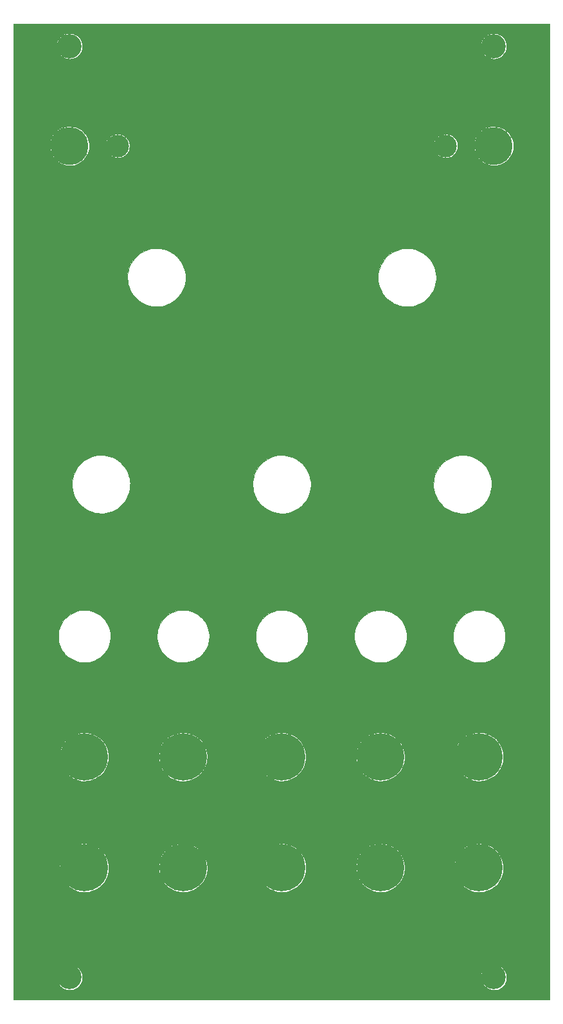
<source format=gbl>
%TF.GenerationSoftware,KiCad,Pcbnew,(6.0.11-0)*%
%TF.CreationDate,2025-04-13T15:34:33+02:00*%
%TF.ProjectId,rings,72696e67-732e-46b6-9963-61645f706362,rev?*%
%TF.SameCoordinates,Original*%
%TF.FileFunction,Copper,L2,Bot*%
%TF.FilePolarity,Positive*%
%FSLAX46Y46*%
G04 Gerber Fmt 4.6, Leading zero omitted, Abs format (unit mm)*
G04 Created by KiCad (PCBNEW (6.0.11-0)) date 2025-04-13 15:34:33*
%MOMM*%
%LPD*%
G01*
G04 APERTURE LIST*
%TA.AperFunction,EtchedComponent*%
%ADD10C,0.010000*%
%TD*%
%TA.AperFunction,ComponentPad*%
%ADD11C,6.250000*%
%TD*%
%TA.AperFunction,ComponentPad*%
%ADD12C,3.000000*%
%TD*%
%TA.AperFunction,ComponentPad*%
%ADD13C,5.000000*%
%TD*%
%TA.AperFunction,ComponentPad*%
%ADD14C,3.200000*%
%TD*%
G04 APERTURE END LIST*
%TO.C,G\u002A\u002A\u002A*%
G36*
X35327167Y64156167D02*
G01*
X35327167Y-64177333D01*
X-35306000Y-64177333D01*
X-35306000Y-61210091D01*
X-29569305Y-61210091D01*
X-29566569Y-61385279D01*
X-29551040Y-61549141D01*
X-29529214Y-61662382D01*
X-29443615Y-61914461D01*
X-29322488Y-62146678D01*
X-29169099Y-62355901D01*
X-28986718Y-62539000D01*
X-28778613Y-62692842D01*
X-28548053Y-62814297D01*
X-28298307Y-62900231D01*
X-28217385Y-62919193D01*
X-28107055Y-62934126D01*
X-27969777Y-62940717D01*
X-27820025Y-62939366D01*
X-27672272Y-62930470D01*
X-27540992Y-62914431D01*
X-27463750Y-62898407D01*
X-27386658Y-62873343D01*
X-27288809Y-62835029D01*
X-27186801Y-62790139D01*
X-27146250Y-62770705D01*
X-26916652Y-62636341D01*
X-26719159Y-62475013D01*
X-26551458Y-62284410D01*
X-26411240Y-62062223D01*
X-26383295Y-62007750D01*
X-26312659Y-61852186D01*
X-26263848Y-61710577D01*
X-26232552Y-61566255D01*
X-26214458Y-61402549D01*
X-26210575Y-61340030D01*
X-26211982Y-61283297D01*
X26308207Y-61283297D01*
X26329702Y-61535885D01*
X26389786Y-61785294D01*
X26481704Y-62011595D01*
X26614221Y-62233141D01*
X26779688Y-62431145D01*
X26973925Y-62602400D01*
X27192754Y-62743703D01*
X27431996Y-62851848D01*
X27664834Y-62918940D01*
X27773814Y-62934035D01*
X27909841Y-62940739D01*
X28058551Y-62939455D01*
X28205583Y-62930586D01*
X28336572Y-62914534D01*
X28416250Y-62897862D01*
X28667219Y-62809017D01*
X28897452Y-62684479D01*
X29104300Y-62526829D01*
X29285113Y-62338651D01*
X29437241Y-62122525D01*
X29558035Y-61881035D01*
X29611992Y-61732583D01*
X29648809Y-61574156D01*
X29669217Y-61392014D01*
X29672767Y-61201650D01*
X29659011Y-61018556D01*
X29636295Y-60892070D01*
X29563999Y-60654349D01*
X29465068Y-60442443D01*
X29334606Y-60247985D01*
X29167714Y-60062607D01*
X29128964Y-60025350D01*
X28926329Y-59862503D01*
X28706020Y-59735994D01*
X28472322Y-59645969D01*
X28229522Y-59592574D01*
X27981906Y-59575954D01*
X27733760Y-59596257D01*
X27489369Y-59653628D01*
X27253020Y-59748212D01*
X27028998Y-59880156D01*
X26934756Y-59950631D01*
X26745288Y-60128687D01*
X26588531Y-60330308D01*
X26465465Y-60551037D01*
X26377069Y-60786416D01*
X26324323Y-61031989D01*
X26308207Y-61283297D01*
X-26211982Y-61283297D01*
X-26217093Y-61077390D01*
X-26263372Y-60823984D01*
X-26347214Y-60583443D01*
X-26466419Y-60359400D01*
X-26618787Y-60155488D01*
X-26802119Y-59975340D01*
X-27014216Y-59822587D01*
X-27184823Y-59730989D01*
X-27423566Y-59641710D01*
X-27670172Y-59591310D01*
X-27919929Y-59578523D01*
X-28168122Y-59602082D01*
X-28410037Y-59660722D01*
X-28640960Y-59753176D01*
X-28856177Y-59878180D01*
X-29050975Y-60034466D01*
X-29220640Y-60220770D01*
X-29272374Y-60291614D01*
X-29345125Y-60412045D01*
X-29416317Y-60555581D01*
X-29478589Y-60705500D01*
X-29524580Y-60845081D01*
X-29535849Y-60890095D01*
X-29559112Y-61039666D01*
X-29569305Y-61210091D01*
X-35306000Y-61210091D01*
X-35306000Y-46919900D01*
X-29166312Y-46919900D01*
X-29157000Y-47126824D01*
X-29138291Y-47317116D01*
X-29126521Y-47395355D01*
X-29045244Y-47748405D01*
X-28926467Y-48084747D01*
X-28772438Y-48402238D01*
X-28585408Y-48698736D01*
X-28367623Y-48972100D01*
X-28121333Y-49220187D01*
X-27848786Y-49440856D01*
X-27552230Y-49631964D01*
X-27233915Y-49791370D01*
X-26896088Y-49916932D01*
X-26540999Y-50006508D01*
X-26352500Y-50037849D01*
X-26231887Y-50048403D01*
X-26081682Y-50052368D01*
X-25914032Y-50050231D01*
X-25741083Y-50042477D01*
X-25574981Y-50029592D01*
X-25427873Y-50012060D01*
X-25343956Y-49997541D01*
X-24985300Y-49902997D01*
X-24645540Y-49771762D01*
X-24326762Y-49605993D01*
X-24031052Y-49407847D01*
X-23760496Y-49179480D01*
X-23517181Y-48923048D01*
X-23303192Y-48640708D01*
X-23120617Y-48334616D01*
X-22971540Y-48006929D01*
X-22858049Y-47659803D01*
X-22792703Y-47360417D01*
X-22775565Y-47251952D01*
X-22764245Y-47155299D01*
X-22758109Y-47058245D01*
X-22756526Y-46948572D01*
X-22758651Y-46826061D01*
X-16159811Y-46826061D01*
X-16159793Y-46852417D01*
X-16158775Y-47010096D01*
X-16155957Y-47134538D01*
X-16150658Y-47234826D01*
X-16142200Y-47320040D01*
X-16129903Y-47399262D01*
X-16113088Y-47481574D01*
X-16112552Y-47483985D01*
X-16010358Y-47850317D01*
X-15872243Y-48195822D01*
X-15699320Y-48518851D01*
X-15492704Y-48817754D01*
X-15253506Y-49090881D01*
X-14982841Y-49336583D01*
X-14743711Y-49512749D01*
X-14426670Y-49700008D01*
X-14091548Y-49850153D01*
X-13742570Y-49961601D01*
X-13383958Y-50032766D01*
X-13343281Y-50038171D01*
X-13214586Y-50048419D01*
X-13056970Y-50051750D01*
X-12883183Y-50048703D01*
X-12705973Y-50039819D01*
X-12538091Y-50025639D01*
X-12392287Y-50006703D01*
X-12329583Y-49995189D01*
X-11968072Y-49898364D01*
X-11625343Y-49763896D01*
X-11302720Y-49592493D01*
X-11001524Y-49384861D01*
X-10723075Y-49141708D01*
X-10708967Y-49127833D01*
X-10457852Y-48851490D01*
X-10244614Y-48556524D01*
X-10068806Y-48242078D01*
X-9929982Y-47907293D01*
X-9827696Y-47551310D01*
X-9789297Y-47360417D01*
X-9772442Y-47228334D01*
X-9761363Y-47067618D01*
X-9758131Y-46957264D01*
X-3164127Y-46957264D01*
X-3156363Y-47147904D01*
X-3140185Y-47316990D01*
X-3126416Y-47402750D01*
X-3044208Y-47734100D01*
X-2929050Y-48059218D01*
X-2785070Y-48368186D01*
X-2616396Y-48651084D01*
X-2592518Y-48685934D01*
X-2504202Y-48801053D01*
X-2390534Y-48931866D01*
X-2260534Y-49069356D01*
X-2123220Y-49204502D01*
X-1987612Y-49328286D01*
X-1862728Y-49431689D01*
X-1801767Y-49476685D01*
X-1499087Y-49662207D01*
X-1171412Y-49815303D01*
X-822582Y-49934540D01*
X-456438Y-50018487D01*
X-275166Y-50045890D01*
X-196734Y-50051208D01*
X-86881Y-50052518D01*
X43715Y-50050288D01*
X184379Y-50044988D01*
X324434Y-50037085D01*
X453205Y-50027049D01*
X560016Y-50015349D01*
X613834Y-50006840D01*
X974996Y-49916738D01*
X1317446Y-49789768D01*
X1639125Y-49627981D01*
X1937979Y-49433426D01*
X2211950Y-49208155D01*
X2458982Y-48954218D01*
X2677017Y-48673666D01*
X2864000Y-48368549D01*
X3017874Y-48040918D01*
X3136582Y-47692823D01*
X3199504Y-47428737D01*
X3227825Y-47236391D01*
X3243999Y-47018566D01*
X3247903Y-46790376D01*
X3247342Y-46775598D01*
X9832695Y-46775598D01*
X9844988Y-47122905D01*
X9894716Y-47467444D01*
X9981643Y-47805956D01*
X10105531Y-48135182D01*
X10266143Y-48451861D01*
X10463241Y-48752735D01*
X10620790Y-48949883D01*
X10869468Y-49205854D01*
X11146611Y-49433158D01*
X11447511Y-49628961D01*
X11767462Y-49790426D01*
X12101755Y-49914717D01*
X12319000Y-49972976D01*
X12426196Y-49996067D01*
X12536810Y-50017616D01*
X12631858Y-50033991D01*
X12657667Y-50037791D01*
X12759405Y-50046561D01*
X12891679Y-50050427D01*
X13043021Y-50049748D01*
X13201963Y-50044885D01*
X13357037Y-50036197D01*
X13496773Y-50024045D01*
X13609705Y-50008787D01*
X13615645Y-50007732D01*
X13963232Y-49923788D01*
X14297145Y-49801425D01*
X14614490Y-49643163D01*
X14912371Y-49451524D01*
X15187892Y-49229027D01*
X15438158Y-48978192D01*
X15660274Y-48701539D01*
X15851344Y-48401589D01*
X16008473Y-48080862D01*
X16095361Y-47849452D01*
X16149322Y-47674649D01*
X16189184Y-47514826D01*
X16216751Y-47357886D01*
X16233823Y-47191730D01*
X16242202Y-47004259D01*
X16243863Y-46852417D01*
X16242320Y-46793339D01*
X22842136Y-46793339D01*
X22844589Y-47012070D01*
X22858353Y-47217175D01*
X22877370Y-47360417D01*
X22959477Y-47719565D01*
X23078730Y-48061437D01*
X23232872Y-48383868D01*
X23419650Y-48684693D01*
X23636809Y-48961749D01*
X23882094Y-49212870D01*
X24153249Y-49435892D01*
X24448021Y-49628651D01*
X24764155Y-49788982D01*
X25099395Y-49914721D01*
X25451487Y-50003704D01*
X25666886Y-50038171D01*
X25795856Y-50048441D01*
X25953721Y-50051768D01*
X26127711Y-50048693D01*
X26305057Y-50039760D01*
X26472988Y-50025512D01*
X26618732Y-50006490D01*
X26680584Y-49995089D01*
X27039438Y-49898680D01*
X27379380Y-49765531D01*
X27698290Y-49597741D01*
X27994044Y-49397407D01*
X28264521Y-49166625D01*
X28507601Y-48907492D01*
X28721160Y-48622105D01*
X28903078Y-48312562D01*
X29051234Y-47980959D01*
X29163504Y-47629393D01*
X29191435Y-47513336D01*
X29212917Y-47388195D01*
X29229961Y-47232781D01*
X29242123Y-47058968D01*
X29248956Y-46878627D01*
X29250014Y-46703630D01*
X29244854Y-46545851D01*
X29233028Y-46417162D01*
X29232663Y-46414560D01*
X29161865Y-46058119D01*
X29054390Y-45718755D01*
X28912717Y-45398285D01*
X28739329Y-45098527D01*
X28536708Y-44821298D01*
X28307334Y-44568414D01*
X28053688Y-44341694D01*
X27778253Y-44142955D01*
X27483509Y-43974013D01*
X27171938Y-43836686D01*
X26846022Y-43732791D01*
X26508241Y-43664145D01*
X26161077Y-43632566D01*
X25807011Y-43639871D01*
X25497239Y-43678928D01*
X25142750Y-43762146D01*
X24804682Y-43883059D01*
X24485316Y-44039458D01*
X24186934Y-44229136D01*
X23911818Y-44449884D01*
X23662250Y-44699494D01*
X23440512Y-44975759D01*
X23248885Y-45276470D01*
X23089652Y-45599419D01*
X22965094Y-45942399D01*
X22899996Y-46192137D01*
X22870104Y-46369697D01*
X22850730Y-46574656D01*
X22842136Y-46793339D01*
X16242320Y-46793339D01*
X16236520Y-46571277D01*
X16212219Y-46318704D01*
X16168398Y-46083456D01*
X16102496Y-45854288D01*
X16011952Y-45619958D01*
X15915994Y-45412966D01*
X15741542Y-45105324D01*
X15534704Y-44821470D01*
X15298781Y-44563272D01*
X15037076Y-44332600D01*
X14752893Y-44131322D01*
X14449535Y-43961307D01*
X14130304Y-43824424D01*
X13798503Y-43722543D01*
X13457435Y-43657531D01*
X13110404Y-43631258D01*
X12787890Y-43642982D01*
X12413998Y-43697455D01*
X12056235Y-43790467D01*
X11716438Y-43920916D01*
X11396444Y-44087700D01*
X11098089Y-44289715D01*
X10823211Y-44525860D01*
X10573645Y-44795032D01*
X10351230Y-45096128D01*
X10341092Y-45111637D01*
X10162640Y-45423887D01*
X10022812Y-45749668D01*
X9921370Y-46085720D01*
X9858077Y-46428783D01*
X9832695Y-46775598D01*
X3247342Y-46775598D01*
X3239418Y-46566932D01*
X3218421Y-46363345D01*
X3208545Y-46302083D01*
X3133518Y-45984645D01*
X3023871Y-45666237D01*
X2884456Y-45358456D01*
X2720126Y-45072899D01*
X2652432Y-44973014D01*
X2558313Y-44852101D01*
X2439691Y-44717354D01*
X2306296Y-44578512D01*
X2167858Y-44445313D01*
X2034105Y-44327496D01*
X1915340Y-44235205D01*
X1601712Y-44038384D01*
X1273288Y-43879803D01*
X933104Y-43759929D01*
X584198Y-43679230D01*
X229607Y-43638172D01*
X-127630Y-43637223D01*
X-484476Y-43676851D01*
X-837893Y-43757521D01*
X-954876Y-43793767D01*
X-1301422Y-43929943D01*
X-1624355Y-44100438D01*
X-1922002Y-44303366D01*
X-2192691Y-44536841D01*
X-2434751Y-44798978D01*
X-2646509Y-45087891D01*
X-2826293Y-45401696D01*
X-2972431Y-45738507D01*
X-3083251Y-46096438D01*
X-3113734Y-46228000D01*
X-3138281Y-46380437D01*
X-3154952Y-46561088D01*
X-3163612Y-46757511D01*
X-3164127Y-46957264D01*
X-9758131Y-46957264D01*
X-9756207Y-46891594D01*
X-9757124Y-46713588D01*
X-9764264Y-46546924D01*
X-9777775Y-46404927D01*
X-9778538Y-46399313D01*
X-9848503Y-46044741D01*
X-9957820Y-45702486D01*
X-10104531Y-45375607D01*
X-10286676Y-45067167D01*
X-10502299Y-44780225D01*
X-10749441Y-44517844D01*
X-11026144Y-44283084D01*
X-11218333Y-44148429D01*
X-11528382Y-43970041D01*
X-11849416Y-43830336D01*
X-12185697Y-43727863D01*
X-12541483Y-43661174D01*
X-12703223Y-43642982D01*
X-13041046Y-43632561D01*
X-13384505Y-43661011D01*
X-13726897Y-43726707D01*
X-14061520Y-43828025D01*
X-14381670Y-43963342D01*
X-14657916Y-44116624D01*
X-14941538Y-44318321D01*
X-15204471Y-44552856D01*
X-15442743Y-44815196D01*
X-15652384Y-45100305D01*
X-15829423Y-45403150D01*
X-15969888Y-45718695D01*
X-16009188Y-45829729D01*
X-16062168Y-45999716D01*
X-16101734Y-46152760D01*
X-16129584Y-46300388D01*
X-16147415Y-46454129D01*
X-16156924Y-46625511D01*
X-16159811Y-46826061D01*
X-22758651Y-46826061D01*
X-22758860Y-46814067D01*
X-22760877Y-46746583D01*
X-22787608Y-46396176D01*
X-22845768Y-46069317D01*
X-22937624Y-45758868D01*
X-23065445Y-45457691D01*
X-23231497Y-45158648D01*
X-23298405Y-45054165D01*
X-23398094Y-44917916D01*
X-23523320Y-44769020D01*
X-23665230Y-44616416D01*
X-23814966Y-44469042D01*
X-23963675Y-44335837D01*
X-24102499Y-44225741D01*
X-24156426Y-44188077D01*
X-24480866Y-43996828D01*
X-24816624Y-43845436D01*
X-25161202Y-43734065D01*
X-25512099Y-43662880D01*
X-25866819Y-43632044D01*
X-26222861Y-43641721D01*
X-26577729Y-43692075D01*
X-26928922Y-43783270D01*
X-27273943Y-43915471D01*
X-27400250Y-43975166D01*
X-27714408Y-44154755D01*
X-28003864Y-44367271D01*
X-28266515Y-44609847D01*
X-28500259Y-44879614D01*
X-28702992Y-45173704D01*
X-28872613Y-45489248D01*
X-29007019Y-45823377D01*
X-29104107Y-46173224D01*
X-29136496Y-46343785D01*
X-29156197Y-46513935D01*
X-29166090Y-46710789D01*
X-29166312Y-46919900D01*
X-35306000Y-46919900D01*
X-35306000Y-32326836D01*
X-29164267Y-32326836D01*
X-29161686Y-32480136D01*
X-29154184Y-32611088D01*
X-29148076Y-32667919D01*
X-29079716Y-33023958D01*
X-28972067Y-33367073D01*
X-28826914Y-33694598D01*
X-28646041Y-34003869D01*
X-28431230Y-34292217D01*
X-28184265Y-34556979D01*
X-27906931Y-34795487D01*
X-27601011Y-35005076D01*
X-27573263Y-35021760D01*
X-27359670Y-35134154D01*
X-27117779Y-35236348D01*
X-26861266Y-35323630D01*
X-26603807Y-35391292D01*
X-26383922Y-35431335D01*
X-26266630Y-35441874D01*
X-26119664Y-35446561D01*
X-25954558Y-35445818D01*
X-25782846Y-35440069D01*
X-25616061Y-35429738D01*
X-25465737Y-35415247D01*
X-25343407Y-35397020D01*
X-25320193Y-35392289D01*
X-24968470Y-35296097D01*
X-24634473Y-35163942D01*
X-24508935Y-35102919D01*
X-24190422Y-34916784D01*
X-23898788Y-34698982D01*
X-23635803Y-34451928D01*
X-23403237Y-34178037D01*
X-23202859Y-33879725D01*
X-23036439Y-33559407D01*
X-22905747Y-33219499D01*
X-22812553Y-32862416D01*
X-22793847Y-32762188D01*
X-22776326Y-32651917D01*
X-22764693Y-32554828D01*
X-22758295Y-32458595D01*
X-22756475Y-32350893D01*
X-22757341Y-32296778D01*
X-16162466Y-32296778D01*
X-16156727Y-32482578D01*
X-16144709Y-32655605D01*
X-16126487Y-32804942D01*
X-16112902Y-32877305D01*
X-16010882Y-33243330D01*
X-15873405Y-33588523D01*
X-15701876Y-33911028D01*
X-15497705Y-34208986D01*
X-15262298Y-34480539D01*
X-14997061Y-34723831D01*
X-14703403Y-34937004D01*
X-14435666Y-35091500D01*
X-14098712Y-35242455D01*
X-13747393Y-35356229D01*
X-13389126Y-35430513D01*
X-13313833Y-35440862D01*
X-13220705Y-35447511D01*
X-13096324Y-35449293D01*
X-12951428Y-35446736D01*
X-12796753Y-35440366D01*
X-12643034Y-35430708D01*
X-12501009Y-35418289D01*
X-12381414Y-35403635D01*
X-12314788Y-35391903D01*
X-11955644Y-35293863D01*
X-11614895Y-35157945D01*
X-11293993Y-34984937D01*
X-10994387Y-34775630D01*
X-10717527Y-34530813D01*
X-10699750Y-34513084D01*
X-10518469Y-34320080D01*
X-10366392Y-34132626D01*
X-10234362Y-33938368D01*
X-10113221Y-33724951D01*
X-10107679Y-33714313D01*
X-9959471Y-33384898D01*
X-9851319Y-33047958D01*
X-9782254Y-32706414D01*
X-9751307Y-32363190D01*
X-9753705Y-32230960D01*
X-3165788Y-32230960D01*
X-3160551Y-32452631D01*
X-3143982Y-32661445D01*
X-3116736Y-32840583D01*
X-3026196Y-33198358D01*
X-2902987Y-33531064D01*
X-2745163Y-33842295D01*
X-2550778Y-34135644D01*
X-2317884Y-34414704D01*
X-2195746Y-34540785D01*
X-1922108Y-34781815D01*
X-1625096Y-34987735D01*
X-1305723Y-35158039D01*
X-964999Y-35292223D01*
X-603936Y-35389782D01*
X-430563Y-35422341D01*
X-294081Y-35437726D01*
X-128376Y-35445726D01*
X54147Y-35446665D01*
X241085Y-35440864D01*
X420032Y-35428646D01*
X578586Y-35410334D01*
X672715Y-35393651D01*
X1036043Y-35295016D01*
X1379075Y-35160242D01*
X1700119Y-34990208D01*
X1997483Y-34785797D01*
X2238077Y-34578327D01*
X2458240Y-34350691D01*
X2645199Y-34118119D01*
X2807551Y-33868978D01*
X2928221Y-33644417D01*
X3068184Y-33314448D01*
X3169098Y-32971158D01*
X3230547Y-32618535D01*
X3245851Y-32364524D01*
X9835125Y-32364524D01*
X9865555Y-32699816D01*
X9930843Y-33030110D01*
X10030602Y-33352459D01*
X10164445Y-33663917D01*
X10331985Y-33961535D01*
X10532836Y-34242366D01*
X10766611Y-34503462D01*
X11032924Y-34741877D01*
X11258133Y-34906953D01*
X11402991Y-35001259D01*
X11528856Y-35075932D01*
X11649516Y-35138125D01*
X11778759Y-35194992D01*
X11916834Y-35248656D01*
X12139001Y-35325283D01*
X12343501Y-35381249D01*
X12543279Y-35418676D01*
X12751279Y-35439691D01*
X12980444Y-35446419D01*
X13112750Y-35444965D01*
X13297461Y-35438540D01*
X13450419Y-35427551D01*
X13582051Y-35411038D01*
X13682410Y-35392483D01*
X14041795Y-35295220D01*
X14382640Y-35161043D01*
X14702692Y-34991704D01*
X14999694Y-34788960D01*
X15271393Y-34554563D01*
X15515533Y-34290270D01*
X15729860Y-33997833D01*
X15912118Y-33679007D01*
X15929136Y-33644417D01*
X16020508Y-33443759D01*
X16091978Y-33256149D01*
X16150180Y-33062348D01*
X16195601Y-32871833D01*
X16221791Y-32711385D01*
X16238870Y-32521910D01*
X16246831Y-32315718D01*
X16246454Y-32247417D01*
X22850831Y-32247417D01*
X22851159Y-32401034D01*
X22852782Y-32521011D01*
X22856412Y-32616034D01*
X22862761Y-32694791D01*
X22872538Y-32765971D01*
X22886457Y-32838261D01*
X22905227Y-32920350D01*
X22906277Y-32924750D01*
X23011413Y-33286697D01*
X23147871Y-33621406D01*
X23317258Y-33931796D01*
X23521186Y-34220785D01*
X23761263Y-34491290D01*
X23781686Y-34511828D01*
X23990879Y-34705702D01*
X24202188Y-34869577D01*
X24429919Y-35013994D01*
X24558799Y-35084494D01*
X24901212Y-35241042D01*
X25248542Y-35355639D01*
X25600570Y-35428215D01*
X25622578Y-35431335D01*
X25741933Y-35442023D01*
X25891406Y-35446673D01*
X26059280Y-35445720D01*
X26233838Y-35439599D01*
X26403363Y-35428744D01*
X26556139Y-35413589D01*
X26680447Y-35394571D01*
X26695379Y-35391525D01*
X27049336Y-35295032D01*
X27387582Y-35160289D01*
X27707273Y-34989379D01*
X28005566Y-34784383D01*
X28279614Y-34547383D01*
X28526573Y-34280461D01*
X28743600Y-33985699D01*
X28846433Y-33817289D01*
X28996182Y-33515567D01*
X29115600Y-33192476D01*
X29200743Y-32859751D01*
X29232743Y-32667919D01*
X29242998Y-32553235D01*
X29248154Y-32410478D01*
X29248545Y-32250413D01*
X29244503Y-32083804D01*
X29236363Y-31921413D01*
X29224459Y-31774005D01*
X29209124Y-31652342D01*
X29199687Y-31601833D01*
X29143013Y-31385810D01*
X29067387Y-31159716D01*
X28977974Y-30936355D01*
X28879937Y-30728531D01*
X28778440Y-30549051D01*
X28769485Y-30534994D01*
X28643616Y-30356734D01*
X28494060Y-30173080D01*
X28330018Y-29993816D01*
X28160689Y-29828722D01*
X27995271Y-29687583D01*
X27918834Y-29630418D01*
X27723089Y-29504299D01*
X27502984Y-29383736D01*
X27273688Y-29276149D01*
X27050369Y-29188953D01*
X26949744Y-29156518D01*
X26612860Y-29078146D01*
X26265057Y-29038143D01*
X25912140Y-29035985D01*
X25559917Y-29071152D01*
X25214193Y-29143122D01*
X24880775Y-29251373D01*
X24623364Y-29365470D01*
X24382377Y-29498126D01*
X24164541Y-29644354D01*
X23957041Y-29813514D01*
X23780489Y-29981044D01*
X23536846Y-30250309D01*
X23331904Y-30530949D01*
X23162980Y-30827870D01*
X23027395Y-31145978D01*
X22922466Y-31490180D01*
X22896855Y-31597965D01*
X22880648Y-31676449D01*
X22868669Y-31751866D01*
X22860311Y-31832763D01*
X22854969Y-31927691D01*
X22852037Y-32045199D01*
X22850909Y-32193835D01*
X22850831Y-32247417D01*
X16246454Y-32247417D01*
X16245666Y-32105115D01*
X16235368Y-31902410D01*
X16215928Y-31719911D01*
X16196375Y-31608429D01*
X16099017Y-31252513D01*
X15965237Y-30914101D01*
X15797228Y-30595677D01*
X15597185Y-30299724D01*
X15367302Y-30028728D01*
X15109773Y-29785171D01*
X14826792Y-29571537D01*
X14520553Y-29390310D01*
X14193252Y-29243975D01*
X14068453Y-29199570D01*
X13714447Y-29103460D01*
X13357643Y-29048089D01*
X13001132Y-29032623D01*
X12648005Y-29056230D01*
X12301355Y-29118079D01*
X11964273Y-29217336D01*
X11639849Y-29353169D01*
X11331176Y-29524747D01*
X11041345Y-29731237D01*
X10773447Y-29971805D01*
X10630622Y-30125146D01*
X10406217Y-30412890D01*
X10219378Y-30716269D01*
X10069718Y-31032335D01*
X9956849Y-31358141D01*
X9880385Y-31690739D01*
X9839939Y-32027183D01*
X9835125Y-32364524D01*
X3245851Y-32364524D01*
X3252115Y-32260566D01*
X3233386Y-31901238D01*
X3173946Y-31544537D01*
X3155296Y-31466541D01*
X3045507Y-31115678D01*
X2899520Y-30784480D01*
X2719663Y-30475088D01*
X2508264Y-30189645D01*
X2267648Y-29930291D01*
X2000145Y-29699167D01*
X1708080Y-29498415D01*
X1393783Y-29330176D01*
X1059578Y-29196591D01*
X707795Y-29099802D01*
X550334Y-29069801D01*
X411789Y-29052760D01*
X246686Y-29041678D01*
X68587Y-29036691D01*
X-108943Y-29037930D01*
X-272339Y-29045529D01*
X-408038Y-29059622D01*
X-412750Y-29060331D01*
X-780247Y-29137046D01*
X-1130172Y-29252030D01*
X-1461316Y-29404669D01*
X-1772470Y-29594349D01*
X-2062425Y-29820454D01*
X-2243666Y-29991441D01*
X-2489658Y-30270708D01*
X-2699423Y-30571834D01*
X-2872776Y-30894474D01*
X-3009534Y-31238283D01*
X-3109514Y-31602916D01*
X-3113822Y-31623000D01*
X-3142391Y-31802723D01*
X-3159724Y-32009850D01*
X-3165788Y-32230960D01*
X-9753705Y-32230960D01*
X-9757509Y-32021205D01*
X-9799893Y-31683383D01*
X-9877489Y-31352644D01*
X-9989329Y-31031910D01*
X-10134444Y-30724104D01*
X-10311865Y-30432146D01*
X-10520625Y-30158959D01*
X-10759753Y-29907463D01*
X-11028282Y-29680582D01*
X-11325243Y-29481236D01*
X-11551741Y-29358546D01*
X-11885706Y-29217182D01*
X-12228660Y-29115838D01*
X-12577312Y-29054018D01*
X-12928372Y-29031228D01*
X-13278552Y-29046974D01*
X-13624560Y-29100761D01*
X-13963107Y-29192095D01*
X-14290902Y-29320481D01*
X-14604656Y-29485426D01*
X-14901079Y-29686434D01*
X-15152360Y-29899684D01*
X-15407297Y-30166314D01*
X-15625869Y-30452590D01*
X-15809112Y-30760378D01*
X-15958061Y-31091542D01*
X-16073752Y-31447946D01*
X-16121175Y-31644167D01*
X-16141281Y-31771897D01*
X-16154816Y-31930521D01*
X-16161854Y-32109119D01*
X-16162466Y-32296778D01*
X-22757341Y-32296778D01*
X-22758581Y-32219395D01*
X-22760877Y-32141583D01*
X-22778121Y-31861924D01*
X-22812604Y-31609643D01*
X-22867273Y-31372273D01*
X-22945073Y-31137343D01*
X-23048950Y-30892387D01*
X-23063219Y-30861915D01*
X-23201582Y-30602106D01*
X-23364687Y-30359149D01*
X-23559065Y-30123938D01*
X-23695113Y-29981044D01*
X-23974078Y-29729367D01*
X-24270202Y-29516384D01*
X-24583684Y-29342004D01*
X-24914722Y-29206132D01*
X-25263515Y-29108677D01*
X-25630262Y-29049546D01*
X-25706916Y-29042213D01*
X-26067259Y-29032620D01*
X-26425454Y-29064546D01*
X-26778458Y-29137187D01*
X-27123229Y-29249740D01*
X-27456723Y-29401399D01*
X-27770120Y-29587490D01*
X-27949476Y-29721489D01*
X-28134940Y-29885493D01*
X-28317358Y-30070022D01*
X-28487578Y-30265594D01*
X-28636446Y-30462727D01*
X-28684818Y-30534994D01*
X-28786373Y-30711357D01*
X-28884923Y-30917193D01*
X-28975305Y-31139698D01*
X-29052356Y-31366067D01*
X-29110912Y-31583494D01*
X-29115020Y-31601833D01*
X-29132044Y-31705423D01*
X-29145814Y-31840481D01*
X-29155997Y-31996245D01*
X-29162259Y-32161951D01*
X-29164267Y-32326836D01*
X-35306000Y-32326836D01*
X-35306000Y-16384273D01*
X-29408962Y-16384273D01*
X-29408948Y-16393583D01*
X-29406892Y-16592956D01*
X-29400508Y-16760312D01*
X-29388254Y-16905875D01*
X-29368590Y-17039872D01*
X-29339975Y-17172527D01*
X-29300867Y-17314063D01*
X-29249726Y-17474707D01*
X-29242977Y-17494950D01*
X-29105160Y-17841624D01*
X-28931559Y-18168695D01*
X-28724892Y-18473793D01*
X-28487874Y-18754550D01*
X-28223221Y-19008596D01*
X-27933651Y-19233563D01*
X-27621879Y-19427081D01*
X-27290622Y-19586782D01*
X-26942595Y-19710296D01*
X-26611906Y-19789567D01*
X-26493310Y-19811361D01*
X-26399478Y-19827167D01*
X-26319693Y-19837784D01*
X-26243233Y-19844008D01*
X-26159379Y-19846638D01*
X-26057411Y-19846470D01*
X-25926610Y-19844302D01*
X-25886833Y-19843515D01*
X-25681854Y-19835993D01*
X-25507437Y-19821696D01*
X-25352204Y-19799600D01*
X-25307505Y-19791264D01*
X-24939765Y-19697936D01*
X-24589059Y-19567222D01*
X-24257633Y-19401369D01*
X-23947733Y-19202622D01*
X-23661605Y-18973229D01*
X-23401496Y-18715434D01*
X-23169652Y-18431486D01*
X-22968318Y-18123629D01*
X-22799742Y-17794110D01*
X-22666168Y-17445176D01*
X-22569844Y-17079072D01*
X-22563399Y-17046995D01*
X-22511617Y-16676629D01*
X-22500619Y-16308862D01*
X-22505561Y-16245417D01*
X-16418683Y-16245417D01*
X-16415133Y-16621880D01*
X-16370912Y-16991186D01*
X-16287441Y-17350684D01*
X-16166142Y-17697722D01*
X-16008437Y-18029651D01*
X-15815747Y-18343817D01*
X-15589494Y-18637570D01*
X-15331100Y-18908258D01*
X-15041986Y-19153231D01*
X-14752980Y-19351830D01*
X-14511615Y-19484425D01*
X-14243143Y-19602592D01*
X-13959953Y-19702161D01*
X-13674434Y-19778966D01*
X-13398976Y-19828838D01*
X-13303250Y-19839525D01*
X-13181073Y-19846983D01*
X-13036002Y-19850236D01*
X-12882870Y-19849438D01*
X-12736514Y-19844739D01*
X-12611765Y-19836292D01*
X-12572445Y-19832048D01*
X-12191486Y-19764260D01*
X-11826398Y-19658536D01*
X-11479384Y-19516649D01*
X-11152646Y-19340373D01*
X-10848387Y-19131480D01*
X-10568812Y-18891744D01*
X-10316123Y-18622938D01*
X-10092524Y-18326835D01*
X-9900217Y-18005210D01*
X-9741405Y-17659835D01*
X-9685247Y-17508190D01*
X-9623674Y-17316187D01*
X-9577912Y-17138646D01*
X-9545612Y-16962165D01*
X-9524425Y-16773341D01*
X-9512003Y-16558772D01*
X-9510313Y-16510000D01*
X-9512615Y-16242135D01*
X-3419142Y-16242135D01*
X-3414533Y-16619329D01*
X-3368469Y-16997875D01*
X-3345199Y-17117363D01*
X-3302841Y-17295782D01*
X-3253043Y-17461416D01*
X-3191145Y-17627162D01*
X-3112488Y-17805914D01*
X-3048401Y-17938750D01*
X-2861933Y-18268414D01*
X-2643133Y-18572191D01*
X-2394456Y-18848315D01*
X-2118359Y-19095021D01*
X-1817297Y-19310544D01*
X-1493728Y-19493117D01*
X-1150105Y-19640976D01*
X-788887Y-19752354D01*
X-426280Y-19823544D01*
X-291897Y-19836941D01*
X-128533Y-19844125D01*
X51110Y-19845332D01*
X234327Y-19840796D01*
X408417Y-19830749D01*
X560674Y-19815427D01*
X635285Y-19803978D01*
X1008366Y-19715076D01*
X1367252Y-19587356D01*
X1708799Y-19422384D01*
X2029860Y-19221729D01*
X2327292Y-18986957D01*
X2391148Y-18929116D01*
X2653968Y-18657409D01*
X2881441Y-18365368D01*
X3073497Y-18055931D01*
X3230064Y-17732035D01*
X3351069Y-17396620D01*
X3436442Y-17052621D01*
X3486110Y-16702978D01*
X3498726Y-16383000D01*
X9600335Y-16383000D01*
X9600338Y-16544327D01*
X9601672Y-16671428D01*
X9604894Y-16772404D01*
X9610565Y-16855355D01*
X9619241Y-16928383D01*
X9631484Y-16999587D01*
X9647850Y-17077069D01*
X9648362Y-17079359D01*
X9749229Y-17451183D01*
X9880018Y-17795496D01*
X10042997Y-18116842D01*
X10240437Y-18419765D01*
X10446259Y-18676727D01*
X10709358Y-18945883D01*
X10999292Y-19183018D01*
X11313989Y-19387040D01*
X11651375Y-19556853D01*
X12009378Y-19691364D01*
X12385923Y-19789478D01*
X12636500Y-19832778D01*
X12748842Y-19842780D01*
X12891827Y-19847004D01*
X13054225Y-19845890D01*
X13224805Y-19839879D01*
X13392337Y-19829415D01*
X13545591Y-19814937D01*
X13673335Y-19796888D01*
X13705417Y-19790758D01*
X14078894Y-19694479D01*
X14427679Y-19564804D01*
X14754614Y-19400161D01*
X15062543Y-19198975D01*
X15354312Y-18959670D01*
X15548912Y-18770239D01*
X15794431Y-18485303D01*
X16005018Y-18178550D01*
X16179878Y-17853205D01*
X16318213Y-17512491D01*
X16419226Y-17159630D01*
X16482122Y-16797847D01*
X16506102Y-16430364D01*
X16499368Y-16271992D01*
X22589911Y-16271992D01*
X22596339Y-16639149D01*
X22640843Y-17003278D01*
X22723471Y-17359990D01*
X22844273Y-17704898D01*
X22910447Y-17853711D01*
X23096242Y-18196299D01*
X23314469Y-18511881D01*
X23564196Y-18799506D01*
X23844490Y-19058225D01*
X24154418Y-19287086D01*
X24493048Y-19485139D01*
X24529649Y-19503815D01*
X24703370Y-19581382D01*
X24905902Y-19655578D01*
X25123791Y-19722567D01*
X25343584Y-19778511D01*
X25551830Y-19819572D01*
X25706917Y-19839658D01*
X25830085Y-19847059D01*
X25975718Y-19850257D01*
X26129041Y-19849406D01*
X26275280Y-19844660D01*
X26399658Y-19836173D01*
X26437722Y-19832048D01*
X26730259Y-19785780D01*
X26998551Y-19720859D01*
X27257977Y-19632639D01*
X27523920Y-19516475D01*
X27590750Y-19483759D01*
X27712642Y-19419588D01*
X27842360Y-19345691D01*
X27964578Y-19271108D01*
X28063968Y-19204879D01*
X28065829Y-19203550D01*
X28290778Y-19024744D01*
X28512666Y-18814507D01*
X28721717Y-18583208D01*
X28908153Y-18341212D01*
X28981238Y-18232876D01*
X29091601Y-18041459D01*
X29197342Y-17820357D01*
X29293438Y-17582219D01*
X29374867Y-17339692D01*
X29436607Y-17105422D01*
X29445564Y-17063534D01*
X29472225Y-16895983D01*
X29490823Y-16700353D01*
X29500997Y-16490188D01*
X29502389Y-16279037D01*
X29494640Y-16080446D01*
X29477389Y-15907961D01*
X29476400Y-15901146D01*
X29402099Y-15537888D01*
X29288248Y-15180337D01*
X29137619Y-14835100D01*
X28952985Y-14508785D01*
X28799114Y-14287363D01*
X28706135Y-14174713D01*
X28588008Y-14047048D01*
X28454309Y-13913568D01*
X28314611Y-13783475D01*
X28178489Y-13665970D01*
X28055518Y-13570256D01*
X28045338Y-13562965D01*
X27754868Y-13379990D01*
X27436432Y-13222204D01*
X27098524Y-13093289D01*
X26749641Y-12996925D01*
X26728188Y-12992181D01*
X26648735Y-12975981D01*
X26574168Y-12963907D01*
X26496161Y-12955388D01*
X26406388Y-12949852D01*
X26296520Y-12946727D01*
X26158231Y-12945443D01*
X26045584Y-12945326D01*
X25883191Y-12946009D01*
X25754905Y-12948106D01*
X25652508Y-12952190D01*
X25567781Y-12958834D01*
X25492507Y-12968610D01*
X25418468Y-12982091D01*
X25370482Y-12992359D01*
X24984942Y-13098436D01*
X24622205Y-13239568D01*
X24283439Y-13414857D01*
X23969811Y-13623403D01*
X23682488Y-13864309D01*
X23422639Y-14136675D01*
X23191429Y-14439602D01*
X22990026Y-14772192D01*
X22943972Y-14860858D01*
X22798589Y-15196240D01*
X22691085Y-15546149D01*
X22621510Y-15906195D01*
X22589911Y-16271992D01*
X16499368Y-16271992D01*
X16490370Y-16060405D01*
X16434130Y-15691193D01*
X16371937Y-15440799D01*
X16246325Y-15079948D01*
X16084918Y-14739925D01*
X15889803Y-14422656D01*
X15663064Y-14130070D01*
X15406789Y-13864094D01*
X15123063Y-13626655D01*
X14813971Y-13419682D01*
X14481600Y-13245101D01*
X14128036Y-13104841D01*
X13755364Y-13000829D01*
X13724351Y-12994038D01*
X13558749Y-12966557D01*
X13364702Y-12947422D01*
X13155338Y-12936988D01*
X12943785Y-12935611D01*
X12743170Y-12943646D01*
X12566621Y-12961448D01*
X12559361Y-12962498D01*
X12179745Y-13039319D01*
X11814018Y-13156031D01*
X11463400Y-13312130D01*
X11129114Y-13507114D01*
X10972528Y-13616050D01*
X10905058Y-13669893D01*
X10817802Y-13745757D01*
X10720243Y-13835077D01*
X10621862Y-13929290D01*
X10582554Y-13968282D01*
X10328475Y-14251922D01*
X10110632Y-14556650D01*
X9928501Y-14883438D01*
X9781557Y-15233257D01*
X9669276Y-15607078D01*
X9647875Y-15698461D01*
X9632102Y-15774848D01*
X9620246Y-15848103D01*
X9611751Y-15926261D01*
X9606058Y-16017356D01*
X9602609Y-16129424D01*
X9600845Y-16270498D01*
X9600335Y-16383000D01*
X3498726Y-16383000D01*
X3500003Y-16350627D01*
X3478049Y-15998507D01*
X3420175Y-15649555D01*
X3326311Y-15306709D01*
X3196385Y-14972907D01*
X3030325Y-14651087D01*
X2828060Y-14344185D01*
X2589517Y-14055141D01*
X2511926Y-13973426D01*
X2228317Y-13712435D01*
X1925169Y-13488565D01*
X1601215Y-13301121D01*
X1255185Y-13149409D01*
X885811Y-13032736D01*
X719667Y-12993205D01*
X636895Y-12976490D01*
X559401Y-12964068D01*
X478548Y-12955323D01*
X385699Y-12949636D01*
X272218Y-12946389D01*
X129468Y-12944964D01*
X42334Y-12944739D01*
X-117767Y-12945113D01*
X-244143Y-12947007D01*
X-345394Y-12951028D01*
X-430120Y-12957783D01*
X-506919Y-12967878D01*
X-584392Y-12981921D01*
X-635000Y-12992542D01*
X-1016525Y-13095915D01*
X-1377079Y-13235327D01*
X-1715235Y-13409820D01*
X-2029566Y-13618434D01*
X-2318647Y-13860211D01*
X-2581050Y-14134190D01*
X-2815349Y-14439414D01*
X-2839169Y-14474592D01*
X-3033777Y-14802964D01*
X-3189615Y-15146709D01*
X-3306147Y-15503022D01*
X-3382835Y-15869098D01*
X-3419142Y-16242135D01*
X-9512615Y-16242135D01*
X-9513364Y-16155035D01*
X-9546669Y-15823224D01*
X-9611675Y-15506704D01*
X-9709825Y-15197612D01*
X-9785516Y-15011791D01*
X-9914098Y-14746180D01*
X-10056871Y-14505544D01*
X-10221266Y-14279158D01*
X-10414713Y-14056296D01*
X-10529531Y-13937965D01*
X-10814379Y-13681936D01*
X-11118962Y-13462807D01*
X-11444622Y-13279855D01*
X-11792703Y-13132353D01*
X-12164546Y-13019578D01*
X-12281979Y-12992181D01*
X-12361432Y-12975981D01*
X-12435998Y-12963907D01*
X-12514005Y-12955388D01*
X-12603779Y-12949852D01*
X-12713647Y-12946727D01*
X-12851935Y-12945443D01*
X-12964583Y-12945326D01*
X-13126976Y-12946009D01*
X-13255262Y-12948106D01*
X-13357659Y-12952190D01*
X-13442386Y-12958834D01*
X-13517660Y-12968610D01*
X-13591699Y-12982091D01*
X-13639684Y-12992359D01*
X-14022585Y-13096989D01*
X-14380189Y-13235176D01*
X-14714120Y-13407807D01*
X-15025999Y-13615766D01*
X-15317450Y-13859941D01*
X-15430500Y-13969796D01*
X-15652636Y-14216993D01*
X-15845005Y-14480542D01*
X-16015206Y-14771139D01*
X-16054759Y-14848417D01*
X-16198691Y-15171910D01*
X-16304857Y-15492700D01*
X-16375869Y-15820810D01*
X-16414336Y-16166259D01*
X-16418683Y-16245417D01*
X-22505561Y-16245417D01*
X-22528858Y-15946361D01*
X-22594785Y-15591794D01*
X-22696853Y-15247828D01*
X-22833512Y-14917130D01*
X-23003215Y-14602367D01*
X-23204413Y-14306206D01*
X-23435558Y-14031316D01*
X-23695102Y-13780362D01*
X-23981497Y-13556012D01*
X-24293193Y-13360934D01*
X-24628644Y-13197795D01*
X-24846195Y-13114437D01*
X-25017213Y-13058360D01*
X-25171364Y-13015522D01*
X-25319078Y-12984345D01*
X-25470784Y-12963252D01*
X-25636911Y-12950667D01*
X-25827888Y-12945013D01*
X-25971500Y-12944311D01*
X-26176958Y-12946768D01*
X-26350608Y-12954321D01*
X-26502832Y-12968567D01*
X-26644009Y-12991101D01*
X-26784521Y-13023522D01*
X-26934748Y-13067425D01*
X-27075294Y-13114089D01*
X-27417908Y-13251167D01*
X-27734273Y-13418287D01*
X-28029890Y-13618901D01*
X-28310261Y-13856460D01*
X-28405666Y-13948833D01*
X-28656952Y-14225173D01*
X-28870085Y-14514836D01*
X-29048518Y-14823325D01*
X-29195703Y-15156140D01*
X-29240411Y-15279206D01*
X-29294538Y-15443187D01*
X-29336100Y-15588278D01*
X-29366626Y-15724589D01*
X-29387646Y-15862232D01*
X-29400689Y-16011319D01*
X-29407285Y-16181962D01*
X-29408962Y-16384273D01*
X-35306000Y-16384273D01*
X-35306000Y3633463D01*
X-27601469Y3633463D01*
X-27585203Y3251020D01*
X-27530127Y2871688D01*
X-27436278Y2498085D01*
X-27303695Y2132831D01*
X-27132414Y1778543D01*
X-26922473Y1437841D01*
X-26816542Y1291167D01*
X-26564757Y992453D01*
X-26285128Y722803D01*
X-25980956Y483682D01*
X-25655542Y276553D01*
X-25312187Y102879D01*
X-24954190Y-35877D01*
X-24584853Y-138250D01*
X-24207476Y-202778D01*
X-23825359Y-227997D01*
X-23441804Y-212443D01*
X-23428451Y-211147D01*
X-23088448Y-165412D01*
X-22773324Y-96366D01*
X-22470490Y-405D01*
X-22167358Y126078D01*
X-22045083Y185084D01*
X-21701424Y379918D01*
X-21379937Y608998D01*
X-21084158Y869224D01*
X-20817628Y1157495D01*
X-20591931Y1458677D01*
X-20382843Y1806540D01*
X-20212364Y2168823D01*
X-20081031Y2542867D01*
X-19989377Y2926012D01*
X-19937940Y3315598D01*
X-19934134Y3455720D01*
X-3789640Y3455720D01*
X-3756043Y3066626D01*
X-3684690Y2692028D01*
X-3574876Y2328319D01*
X-3425894Y1971892D01*
X-3409161Y1937222D01*
X-3254091Y1647639D01*
X-3082956Y1384630D01*
X-2887956Y1137606D01*
X-2661292Y895981D01*
X-2593893Y830524D01*
X-2293528Y572453D01*
X-1970356Y348279D01*
X-1627669Y159152D01*
X-1268761Y6217D01*
X-896925Y-109377D01*
X-515455Y-186483D01*
X-127643Y-223953D01*
X263217Y-220639D01*
X393199Y-210314D01*
X790655Y-151036D01*
X1173702Y-53159D01*
X1540240Y81410D01*
X1888166Y250764D01*
X2215381Y452997D01*
X2519782Y686203D01*
X2799268Y948475D01*
X3051738Y1237907D01*
X3275092Y1552592D01*
X3467227Y1890624D01*
X3626042Y2250096D01*
X3749437Y2629102D01*
X3810730Y2890409D01*
X3839158Y3072683D01*
X3858887Y3282740D01*
X3869553Y3506856D01*
X3870361Y3652802D01*
X20009138Y3652802D01*
X20024056Y3269134D01*
X20077683Y2887227D01*
X20170313Y2509990D01*
X20302240Y2140330D01*
X20473757Y1781155D01*
X20515312Y1706494D01*
X20727874Y1375725D01*
X20971285Y1071478D01*
X21242609Y795290D01*
X21538910Y548694D01*
X21857254Y333225D01*
X22194706Y150417D01*
X22548329Y1806D01*
X22915188Y-111075D01*
X23292349Y-186691D01*
X23676876Y-223508D01*
X24065833Y-219990D01*
X24182917Y-210843D01*
X24581740Y-152779D01*
X24965536Y-56397D01*
X25332324Y76349D01*
X25680121Y243505D01*
X26006945Y443114D01*
X26310814Y673224D01*
X26589745Y931878D01*
X26841758Y1217122D01*
X27064868Y1527001D01*
X27257095Y1859561D01*
X27416457Y2212846D01*
X27540970Y2584902D01*
X27628653Y2973774D01*
X27663578Y3221791D01*
X27684590Y3607253D01*
X27664672Y3993962D01*
X27604916Y4378021D01*
X27506411Y4755534D01*
X27370248Y5122603D01*
X27197519Y5475333D01*
X26989312Y5809826D01*
X26907743Y5922557D01*
X26658327Y6219692D01*
X26377897Y6490800D01*
X26070583Y6733236D01*
X25740512Y6944356D01*
X25391815Y7121515D01*
X25028620Y7262069D01*
X24659167Y7362493D01*
X24268806Y7425424D01*
X23877369Y7447461D01*
X23488014Y7429645D01*
X23103896Y7373017D01*
X22728173Y7278619D01*
X22364001Y7147492D01*
X22014538Y6980678D01*
X21682939Y6779217D01*
X21372362Y6544151D01*
X21085964Y6276521D01*
X20963868Y6143517D01*
X20716055Y5828946D01*
X20504893Y5495780D01*
X20330676Y5146927D01*
X20193698Y4785294D01*
X20094253Y4413791D01*
X20032635Y4035324D01*
X20009138Y3652802D01*
X3870361Y3652802D01*
X3870796Y3731310D01*
X3862252Y3942380D01*
X3843560Y4126344D01*
X3843393Y4127500D01*
X3765097Y4531482D01*
X3649984Y4914652D01*
X3497687Y5277731D01*
X3307839Y5621436D01*
X3080072Y5946486D01*
X2814018Y6253602D01*
X2695943Y6372412D01*
X2396780Y6634001D01*
X2078768Y6859232D01*
X1744708Y7048123D01*
X1397402Y7200696D01*
X1039650Y7316971D01*
X674252Y7396967D01*
X304010Y7440704D01*
X-68275Y7448204D01*
X-439803Y7419485D01*
X-807773Y7354567D01*
X-1169384Y7253472D01*
X-1521835Y7116218D01*
X-1862326Y6942827D01*
X-2188055Y6733318D01*
X-2496222Y6487710D01*
X-2660467Y6334027D01*
X-2921380Y6047198D01*
X-3151847Y5735347D01*
X-3349960Y5402661D01*
X-3513811Y5053328D01*
X-3641494Y4691534D01*
X-3731101Y4321466D01*
X-3780724Y3947311D01*
X-3786188Y3862917D01*
X-3789640Y3455720D01*
X-19934134Y3455720D01*
X-19927255Y3708966D01*
X-19957856Y4103456D01*
X-20003971Y4378067D01*
X-20103934Y4762142D01*
X-20242043Y5132336D01*
X-20416291Y5485256D01*
X-20624674Y5817513D01*
X-20865187Y6125715D01*
X-21135825Y6406471D01*
X-21277694Y6532045D01*
X-21604346Y6779535D01*
X-21947913Y6988846D01*
X-22306109Y7159532D01*
X-22676647Y7291141D01*
X-23057241Y7383226D01*
X-23445605Y7435337D01*
X-23839452Y7447024D01*
X-24236497Y7417840D01*
X-24634452Y7347334D01*
X-24965647Y7256525D01*
X-25113265Y7202604D01*
X-25283467Y7129319D01*
X-25464796Y7042471D01*
X-25645795Y6947861D01*
X-25815007Y6851289D01*
X-25960973Y6758558D01*
X-25992666Y6736530D01*
X-26115502Y6641545D01*
X-26253746Y6521783D01*
X-26399072Y6385573D01*
X-26543156Y6241245D01*
X-26677672Y6097128D01*
X-26794294Y5961552D01*
X-26881950Y5846794D01*
X-27099333Y5500681D01*
X-27277682Y5141966D01*
X-27417032Y4773268D01*
X-27517421Y4397206D01*
X-27578888Y4016398D01*
X-27601469Y3633463D01*
X-35306000Y3633463D01*
X-35306000Y30805416D01*
X-20294832Y30805416D01*
X-20288905Y30571703D01*
X-20271226Y30358222D01*
X-20268876Y30339175D01*
X-20198698Y29949457D01*
X-20090701Y29574497D01*
X-19947055Y29216372D01*
X-19769931Y28877156D01*
X-19561501Y28558925D01*
X-19323934Y28263753D01*
X-19059402Y27993716D01*
X-18770076Y27750888D01*
X-18458126Y27537346D01*
X-18125723Y27355163D01*
X-17775038Y27206415D01*
X-17408241Y27093178D01*
X-17027504Y27017526D01*
X-16764000Y26988775D01*
X-16668617Y26981711D01*
X-16587144Y26975563D01*
X-16530029Y26971125D01*
X-16510000Y26969448D01*
X-16477842Y26969872D01*
X-16412478Y26973173D01*
X-16322897Y26978824D01*
X-16218090Y26986295D01*
X-16199230Y26987722D01*
X-15794569Y27037974D01*
X-15407903Y27126054D01*
X-15036612Y27252812D01*
X-14678075Y27419101D01*
X-14425083Y27564576D01*
X-14167880Y27742999D01*
X-13913740Y27953767D01*
X-13672647Y28187464D01*
X-13454579Y28434670D01*
X-13330106Y28597861D01*
X-13230755Y28749225D01*
X-13127214Y28928546D01*
X-13026027Y29122828D01*
X-12933736Y29319078D01*
X-12856885Y29504301D01*
X-12816748Y29617432D01*
X-12712762Y30005361D01*
X-12649768Y30396114D01*
X-12630018Y30735036D01*
X12705850Y30735036D01*
X12733050Y30364563D01*
X12798092Y29993148D01*
X12899575Y29626237D01*
X13036095Y29269273D01*
X13206251Y28927701D01*
X13329892Y28723167D01*
X13455546Y28541203D01*
X13589326Y28371924D01*
X13740913Y28203845D01*
X13909785Y28035250D01*
X14140639Y27829088D01*
X14374933Y27652640D01*
X14626942Y27495859D01*
X14827250Y27389575D01*
X15199220Y27225363D01*
X15573733Y27103110D01*
X15952038Y27022461D01*
X16235878Y26989301D01*
X16331034Y26981964D01*
X16412280Y26975611D01*
X16469139Y26971065D01*
X16488834Y26969398D01*
X16520862Y26969853D01*
X16586233Y26973182D01*
X16676092Y26978861D01*
X16781586Y26986364D01*
X16806334Y26988232D01*
X17215401Y27039764D01*
X17609060Y27130498D01*
X17986199Y27259921D01*
X18345702Y27427522D01*
X18686455Y27632788D01*
X19007345Y27875207D01*
X19278259Y28124744D01*
X19540059Y28418310D01*
X19768966Y28736625D01*
X19963635Y29076210D01*
X20122722Y29433586D01*
X20244884Y29805276D01*
X20328775Y30187800D01*
X20373051Y30577680D01*
X20376571Y30966833D01*
X20338455Y31372020D01*
X20260517Y31764526D01*
X20143901Y32142345D01*
X19989751Y32503473D01*
X19799211Y32845903D01*
X19573425Y33167630D01*
X19313537Y33466650D01*
X19020689Y33740955D01*
X18696027Y33988541D01*
X18626667Y34035142D01*
X18288865Y34232218D01*
X17933503Y34391837D01*
X17563641Y34513516D01*
X17182336Y34596774D01*
X16792647Y34641125D01*
X16397633Y34646086D01*
X16000353Y34611176D01*
X15603866Y34535909D01*
X15547107Y34521741D01*
X15217739Y34417250D01*
X14889240Y34275058D01*
X14568589Y34099354D01*
X14262763Y33894328D01*
X13978743Y33664168D01*
X13752746Y33444550D01*
X13489949Y33135623D01*
X13264876Y32807600D01*
X13077464Y32460343D01*
X12927651Y32093710D01*
X12815377Y31707564D01*
X12740579Y31301763D01*
X12717895Y31099125D01*
X12705850Y30735036D01*
X-12630018Y30735036D01*
X-12626997Y30786876D01*
X-12643682Y31174832D01*
X-12699056Y31557168D01*
X-12792351Y31931070D01*
X-12922800Y32293724D01*
X-13089634Y32642313D01*
X-13292088Y32974025D01*
X-13529392Y33286044D01*
X-13800780Y33575555D01*
X-13928045Y33692671D01*
X-14213382Y33919295D01*
X-14523867Y34121015D01*
X-14851921Y34293986D01*
X-15189967Y34434362D01*
X-15530429Y34538300D01*
X-15647278Y34565050D01*
X-15941062Y34613414D01*
X-16250198Y34640761D01*
X-16561635Y34646810D01*
X-16862317Y34631283D01*
X-17123833Y34596701D01*
X-17517951Y34505108D01*
X-17894912Y34374870D01*
X-18254043Y34206335D01*
X-18594667Y33999852D01*
X-18916110Y33755770D01*
X-19131616Y33560521D01*
X-19408159Y33263124D01*
X-19649798Y32943061D01*
X-19855397Y32602459D01*
X-20023821Y32243446D01*
X-20153934Y31868151D01*
X-20244599Y31478699D01*
X-20245286Y31474833D01*
X-20272704Y31272294D01*
X-20289325Y31044051D01*
X-20294832Y30805416D01*
X-35306000Y30805416D01*
X-35306000Y48132597D01*
X-30476280Y48132597D01*
X-30472457Y47984833D01*
X-30434398Y47660009D01*
X-30357636Y47348139D01*
X-30244525Y47051873D01*
X-30097421Y46773859D01*
X-29918679Y46516748D01*
X-29710655Y46283187D01*
X-29475705Y46075825D01*
X-29216184Y45897313D01*
X-28934447Y45750298D01*
X-28632851Y45637430D01*
X-28318129Y45562121D01*
X-28194724Y45547258D01*
X-28043181Y45539329D01*
X-27876492Y45538084D01*
X-27707652Y45543272D01*
X-27549656Y45554643D01*
X-27415497Y45571946D01*
X-27371937Y45580358D01*
X-27052955Y45671002D01*
X-26752317Y45797970D01*
X-26472618Y45958806D01*
X-26216457Y46151054D01*
X-25986427Y46372256D01*
X-25785126Y46619954D01*
X-25615150Y46891693D01*
X-25479095Y47185015D01*
X-25390390Y47455667D01*
X-25327066Y47771578D01*
X-25309668Y48015779D01*
X-23148190Y48015779D01*
X-23113202Y47775690D01*
X-23038955Y47535585D01*
X-23006936Y47460144D01*
X-22883761Y47238509D01*
X-22727950Y47041543D01*
X-22542994Y46871849D01*
X-22332385Y46732030D01*
X-22099614Y46624687D01*
X-21848171Y46552424D01*
X-21769916Y46538022D01*
X-21694279Y46532257D01*
X-21590563Y46532726D01*
X-21472422Y46538539D01*
X-21353508Y46548808D01*
X-21247472Y46562642D01*
X-21177250Y46576646D01*
X-21058275Y46615644D01*
X-20923556Y46673252D01*
X-20787002Y46742382D01*
X-20662520Y46815949D01*
X-20564017Y46886867D01*
X-20557376Y46892471D01*
X-20368135Y47080379D01*
X-20215087Y47287783D01*
X-20099440Y47512131D01*
X-20022399Y47750870D01*
X-19985172Y48001448D01*
X-19982288Y48091613D01*
X20065575Y48091613D01*
X20073697Y47913914D01*
X20097433Y47766766D01*
X20178059Y47518300D01*
X20293916Y47290952D01*
X20442069Y47087524D01*
X20619581Y46910817D01*
X20823519Y46763634D01*
X21050946Y46648777D01*
X21298928Y46569046D01*
X21367750Y46554154D01*
X21502289Y46537806D01*
X21659570Y46534131D01*
X21822143Y46542511D01*
X21972559Y46562324D01*
X22045084Y46578211D01*
X22178981Y46623207D01*
X22327244Y46689020D01*
X22473462Y46767399D01*
X22601223Y46850093D01*
X22631862Y46873219D01*
X22794536Y47024979D01*
X22940337Y47207638D01*
X23062735Y47411048D01*
X23155201Y47625057D01*
X23190378Y47741417D01*
X23218218Y47901367D01*
X23224772Y48014034D01*
X25405782Y48014034D01*
X25440145Y47693222D01*
X25516015Y47376746D01*
X25633254Y47066887D01*
X25674564Y46979417D01*
X25840723Y46687456D01*
X26035436Y46426730D01*
X26258859Y46197079D01*
X26511151Y45998341D01*
X26792467Y45830355D01*
X26797000Y45828022D01*
X27069363Y45703808D01*
X27338648Y45614302D01*
X27618336Y45555246D01*
X27696584Y45544074D01*
X27802654Y45535693D01*
X27935997Y45533021D01*
X28081987Y45535716D01*
X28225998Y45543436D01*
X28353405Y45555838D01*
X28384500Y45560162D01*
X28699833Y45628660D01*
X28999983Y45735033D01*
X29282304Y45876723D01*
X29544148Y46051170D01*
X29782867Y46255815D01*
X29995813Y46488098D01*
X30180338Y46745460D01*
X30333795Y47025343D01*
X30453537Y47325185D01*
X30536502Y47640348D01*
X30556857Y47781217D01*
X30568916Y47948070D01*
X30572710Y48127465D01*
X30568270Y48305961D01*
X30555629Y48470114D01*
X30534818Y48606483D01*
X30534230Y48609250D01*
X30446192Y48933566D01*
X30325959Y49231768D01*
X30171744Y49507194D01*
X29981759Y49763185D01*
X29824821Y49934322D01*
X29573436Y50158969D01*
X29304520Y50345167D01*
X29018837Y50492599D01*
X28717151Y50600947D01*
X28400226Y50669894D01*
X28068827Y50699121D01*
X27982334Y50700180D01*
X27649008Y50679106D01*
X27328644Y50618032D01*
X27022548Y50517412D01*
X26732022Y50377699D01*
X26458370Y50199346D01*
X26390341Y50146857D01*
X26141401Y49922311D01*
X25926285Y49673266D01*
X25746204Y49401413D01*
X25602373Y49108443D01*
X25553122Y48979667D01*
X25462132Y48659538D01*
X25413065Y48336900D01*
X25405782Y48014034D01*
X23224772Y48014034D01*
X23228786Y48083020D01*
X23222299Y48269530D01*
X23198975Y48444049D01*
X23180234Y48524583D01*
X23092066Y48766046D01*
X22968431Y48987539D01*
X22812818Y49185663D01*
X22628714Y49357022D01*
X22419606Y49498217D01*
X22188984Y49605849D01*
X22014961Y49659815D01*
X21829914Y49690908D01*
X21627621Y49699341D01*
X21423759Y49685704D01*
X21234008Y49650588D01*
X21156084Y49627489D01*
X20923898Y49528524D01*
X20714193Y49396066D01*
X20529914Y49235419D01*
X20362007Y49041387D01*
X20231263Y48830734D01*
X20137845Y48609250D01*
X20098399Y48454905D01*
X20074059Y48277151D01*
X20065575Y48091613D01*
X-19982288Y48091613D01*
X-19981701Y48109928D01*
X-19991209Y48309287D01*
X-20021607Y48487166D01*
X-20076876Y48660507D01*
X-20149172Y48822595D01*
X-20282009Y49045084D01*
X-20445741Y49239845D01*
X-20637340Y49404476D01*
X-20853780Y49536577D01*
X-21092032Y49633744D01*
X-21214170Y49667488D01*
X-21296049Y49681479D01*
X-21402199Y49692305D01*
X-21514588Y49698322D01*
X-21560156Y49699021D01*
X-21814354Y49679882D01*
X-22053071Y49623932D01*
X-22274145Y49534514D01*
X-22475415Y49414975D01*
X-22654718Y49268658D01*
X-22809893Y49098911D01*
X-22938778Y48909077D01*
X-23039212Y48702501D01*
X-23109033Y48482530D01*
X-23146080Y48252507D01*
X-23148190Y48015779D01*
X-25309668Y48015779D01*
X-25304427Y48089332D01*
X-25321189Y48405214D01*
X-25376070Y48715508D01*
X-25467787Y49016497D01*
X-25595058Y49304465D01*
X-25756600Y49575696D01*
X-25951131Y49826474D01*
X-26177368Y50053083D01*
X-26329752Y50177376D01*
X-26608550Y50362514D01*
X-26899477Y50507122D01*
X-27203188Y50611417D01*
X-27520333Y50675618D01*
X-27851565Y50699941D01*
X-27897666Y50700180D01*
X-28221949Y50679202D01*
X-28533861Y50619715D01*
X-28831052Y50524197D01*
X-29111172Y50395127D01*
X-29371871Y50234983D01*
X-29610799Y50046244D01*
X-29825605Y49831388D01*
X-30013939Y49592894D01*
X-30173452Y49333240D01*
X-30301793Y49054905D01*
X-30396611Y48760367D01*
X-30455557Y48452105D01*
X-30476280Y48132597D01*
X-35306000Y48132597D01*
X-35306000Y61158857D01*
X-29568464Y61158857D01*
X-29556338Y60991435D01*
X-29536405Y60868929D01*
X-29498474Y60740138D01*
X-29439821Y60593450D01*
X-29367368Y60443004D01*
X-29288036Y60302937D01*
X-29208748Y60187388D01*
X-29193419Y60168361D01*
X-29013788Y59984886D01*
X-28804451Y59827676D01*
X-28571910Y59701058D01*
X-28379591Y59626634D01*
X-28141802Y59571693D01*
X-27891580Y59554701D01*
X-27635511Y59575791D01*
X-27474333Y59608643D01*
X-27224870Y59692503D01*
X-26995571Y59813456D01*
X-26785801Y59971877D01*
X-26668108Y60086068D01*
X-26496106Y60296329D01*
X-26364253Y60519982D01*
X-26272461Y60757265D01*
X-26220644Y61008414D01*
X-26210531Y61233261D01*
X26310315Y61233261D01*
X26322120Y61015663D01*
X26360231Y60815138D01*
X26428237Y60616647D01*
X26489098Y60483750D01*
X26622011Y60262848D01*
X26787185Y60066533D01*
X26980648Y59897504D01*
X27198427Y59758457D01*
X27436549Y59652092D01*
X27691040Y59581105D01*
X27855334Y59556040D01*
X27959557Y59552514D01*
X28088717Y59559178D01*
X28227058Y59574552D01*
X28358823Y59597154D01*
X28405667Y59607765D01*
X28640803Y59686879D01*
X28864115Y59803303D01*
X29070194Y59952502D01*
X29253629Y60129942D01*
X29409008Y60331088D01*
X29530512Y60550500D01*
X29609474Y60760156D01*
X29655827Y60973564D01*
X29671721Y61202456D01*
X29669699Y61309250D01*
X29638395Y61579872D01*
X29568905Y61833495D01*
X29462721Y62067881D01*
X29321335Y62280789D01*
X29146239Y62469980D01*
X28938925Y62633213D01*
X28700884Y62768249D01*
X28696584Y62770286D01*
X28556024Y62831305D01*
X28427225Y62873639D01*
X28296509Y62900143D01*
X28150195Y62913671D01*
X27992917Y62917111D01*
X27823462Y62913170D01*
X27681914Y62899262D01*
X27554405Y62872255D01*
X27427063Y62829020D01*
X27286020Y62766424D01*
X27252084Y62749897D01*
X27018946Y62612603D01*
X26815869Y62446619D01*
X26644554Y62254688D01*
X26506706Y62039553D01*
X26404026Y61803956D01*
X26338219Y61550641D01*
X26310988Y61282349D01*
X26310315Y61233261D01*
X-26210531Y61233261D01*
X-26208713Y61273663D01*
X-26210575Y61318863D01*
X-26225188Y61492866D01*
X-26251549Y61641864D01*
X-26293970Y61782525D01*
X-26356763Y61931519D01*
X-26383295Y61986583D01*
X-26517659Y62216181D01*
X-26678987Y62413675D01*
X-26869589Y62581376D01*
X-27091776Y62721594D01*
X-27146250Y62749538D01*
X-27309675Y62823181D01*
X-27459286Y62873257D01*
X-27612765Y62904484D01*
X-27787795Y62921583D01*
X-27791833Y62921824D01*
X-28055689Y62917214D01*
X-28309405Y62873280D01*
X-28549645Y62792481D01*
X-28773072Y62677276D01*
X-28976352Y62530125D01*
X-29156146Y62353486D01*
X-29309120Y62149818D01*
X-29431936Y61921581D01*
X-29521260Y61671234D01*
X-29529214Y61641216D01*
X-29554754Y61499691D01*
X-29567887Y61333590D01*
X-29568464Y61158857D01*
X-35306000Y61158857D01*
X-35306000Y64156167D01*
X35327167Y64156167D01*
G37*
D10*
X35327167Y64156167D02*
X35327167Y-64177333D01*
X-35306000Y-64177333D01*
X-35306000Y-61210091D01*
X-29569305Y-61210091D01*
X-29566569Y-61385279D01*
X-29551040Y-61549141D01*
X-29529214Y-61662382D01*
X-29443615Y-61914461D01*
X-29322488Y-62146678D01*
X-29169099Y-62355901D01*
X-28986718Y-62539000D01*
X-28778613Y-62692842D01*
X-28548053Y-62814297D01*
X-28298307Y-62900231D01*
X-28217385Y-62919193D01*
X-28107055Y-62934126D01*
X-27969777Y-62940717D01*
X-27820025Y-62939366D01*
X-27672272Y-62930470D01*
X-27540992Y-62914431D01*
X-27463750Y-62898407D01*
X-27386658Y-62873343D01*
X-27288809Y-62835029D01*
X-27186801Y-62790139D01*
X-27146250Y-62770705D01*
X-26916652Y-62636341D01*
X-26719159Y-62475013D01*
X-26551458Y-62284410D01*
X-26411240Y-62062223D01*
X-26383295Y-62007750D01*
X-26312659Y-61852186D01*
X-26263848Y-61710577D01*
X-26232552Y-61566255D01*
X-26214458Y-61402549D01*
X-26210575Y-61340030D01*
X-26211982Y-61283297D01*
X26308207Y-61283297D01*
X26329702Y-61535885D01*
X26389786Y-61785294D01*
X26481704Y-62011595D01*
X26614221Y-62233141D01*
X26779688Y-62431145D01*
X26973925Y-62602400D01*
X27192754Y-62743703D01*
X27431996Y-62851848D01*
X27664834Y-62918940D01*
X27773814Y-62934035D01*
X27909841Y-62940739D01*
X28058551Y-62939455D01*
X28205583Y-62930586D01*
X28336572Y-62914534D01*
X28416250Y-62897862D01*
X28667219Y-62809017D01*
X28897452Y-62684479D01*
X29104300Y-62526829D01*
X29285113Y-62338651D01*
X29437241Y-62122525D01*
X29558035Y-61881035D01*
X29611992Y-61732583D01*
X29648809Y-61574156D01*
X29669217Y-61392014D01*
X29672767Y-61201650D01*
X29659011Y-61018556D01*
X29636295Y-60892070D01*
X29563999Y-60654349D01*
X29465068Y-60442443D01*
X29334606Y-60247985D01*
X29167714Y-60062607D01*
X29128964Y-60025350D01*
X28926329Y-59862503D01*
X28706020Y-59735994D01*
X28472322Y-59645969D01*
X28229522Y-59592574D01*
X27981906Y-59575954D01*
X27733760Y-59596257D01*
X27489369Y-59653628D01*
X27253020Y-59748212D01*
X27028998Y-59880156D01*
X26934756Y-59950631D01*
X26745288Y-60128687D01*
X26588531Y-60330308D01*
X26465465Y-60551037D01*
X26377069Y-60786416D01*
X26324323Y-61031989D01*
X26308207Y-61283297D01*
X-26211982Y-61283297D01*
X-26217093Y-61077390D01*
X-26263372Y-60823984D01*
X-26347214Y-60583443D01*
X-26466419Y-60359400D01*
X-26618787Y-60155488D01*
X-26802119Y-59975340D01*
X-27014216Y-59822587D01*
X-27184823Y-59730989D01*
X-27423566Y-59641710D01*
X-27670172Y-59591310D01*
X-27919929Y-59578523D01*
X-28168122Y-59602082D01*
X-28410037Y-59660722D01*
X-28640960Y-59753176D01*
X-28856177Y-59878180D01*
X-29050975Y-60034466D01*
X-29220640Y-60220770D01*
X-29272374Y-60291614D01*
X-29345125Y-60412045D01*
X-29416317Y-60555581D01*
X-29478589Y-60705500D01*
X-29524580Y-60845081D01*
X-29535849Y-60890095D01*
X-29559112Y-61039666D01*
X-29569305Y-61210091D01*
X-35306000Y-61210091D01*
X-35306000Y-46919900D01*
X-29166312Y-46919900D01*
X-29157000Y-47126824D01*
X-29138291Y-47317116D01*
X-29126521Y-47395355D01*
X-29045244Y-47748405D01*
X-28926467Y-48084747D01*
X-28772438Y-48402238D01*
X-28585408Y-48698736D01*
X-28367623Y-48972100D01*
X-28121333Y-49220187D01*
X-27848786Y-49440856D01*
X-27552230Y-49631964D01*
X-27233915Y-49791370D01*
X-26896088Y-49916932D01*
X-26540999Y-50006508D01*
X-26352500Y-50037849D01*
X-26231887Y-50048403D01*
X-26081682Y-50052368D01*
X-25914032Y-50050231D01*
X-25741083Y-50042477D01*
X-25574981Y-50029592D01*
X-25427873Y-50012060D01*
X-25343956Y-49997541D01*
X-24985300Y-49902997D01*
X-24645540Y-49771762D01*
X-24326762Y-49605993D01*
X-24031052Y-49407847D01*
X-23760496Y-49179480D01*
X-23517181Y-48923048D01*
X-23303192Y-48640708D01*
X-23120617Y-48334616D01*
X-22971540Y-48006929D01*
X-22858049Y-47659803D01*
X-22792703Y-47360417D01*
X-22775565Y-47251952D01*
X-22764245Y-47155299D01*
X-22758109Y-47058245D01*
X-22756526Y-46948572D01*
X-22758651Y-46826061D01*
X-16159811Y-46826061D01*
X-16159793Y-46852417D01*
X-16158775Y-47010096D01*
X-16155957Y-47134538D01*
X-16150658Y-47234826D01*
X-16142200Y-47320040D01*
X-16129903Y-47399262D01*
X-16113088Y-47481574D01*
X-16112552Y-47483985D01*
X-16010358Y-47850317D01*
X-15872243Y-48195822D01*
X-15699320Y-48518851D01*
X-15492704Y-48817754D01*
X-15253506Y-49090881D01*
X-14982841Y-49336583D01*
X-14743711Y-49512749D01*
X-14426670Y-49700008D01*
X-14091548Y-49850153D01*
X-13742570Y-49961601D01*
X-13383958Y-50032766D01*
X-13343281Y-50038171D01*
X-13214586Y-50048419D01*
X-13056970Y-50051750D01*
X-12883183Y-50048703D01*
X-12705973Y-50039819D01*
X-12538091Y-50025639D01*
X-12392287Y-50006703D01*
X-12329583Y-49995189D01*
X-11968072Y-49898364D01*
X-11625343Y-49763896D01*
X-11302720Y-49592493D01*
X-11001524Y-49384861D01*
X-10723075Y-49141708D01*
X-10708967Y-49127833D01*
X-10457852Y-48851490D01*
X-10244614Y-48556524D01*
X-10068806Y-48242078D01*
X-9929982Y-47907293D01*
X-9827696Y-47551310D01*
X-9789297Y-47360417D01*
X-9772442Y-47228334D01*
X-9761363Y-47067618D01*
X-9758131Y-46957264D01*
X-3164127Y-46957264D01*
X-3156363Y-47147904D01*
X-3140185Y-47316990D01*
X-3126416Y-47402750D01*
X-3044208Y-47734100D01*
X-2929050Y-48059218D01*
X-2785070Y-48368186D01*
X-2616396Y-48651084D01*
X-2592518Y-48685934D01*
X-2504202Y-48801053D01*
X-2390534Y-48931866D01*
X-2260534Y-49069356D01*
X-2123220Y-49204502D01*
X-1987612Y-49328286D01*
X-1862728Y-49431689D01*
X-1801767Y-49476685D01*
X-1499087Y-49662207D01*
X-1171412Y-49815303D01*
X-822582Y-49934540D01*
X-456438Y-50018487D01*
X-275166Y-50045890D01*
X-196734Y-50051208D01*
X-86881Y-50052518D01*
X43715Y-50050288D01*
X184379Y-50044988D01*
X324434Y-50037085D01*
X453205Y-50027049D01*
X560016Y-50015349D01*
X613834Y-50006840D01*
X974996Y-49916738D01*
X1317446Y-49789768D01*
X1639125Y-49627981D01*
X1937979Y-49433426D01*
X2211950Y-49208155D01*
X2458982Y-48954218D01*
X2677017Y-48673666D01*
X2864000Y-48368549D01*
X3017874Y-48040918D01*
X3136582Y-47692823D01*
X3199504Y-47428737D01*
X3227825Y-47236391D01*
X3243999Y-47018566D01*
X3247903Y-46790376D01*
X3247342Y-46775598D01*
X9832695Y-46775598D01*
X9844988Y-47122905D01*
X9894716Y-47467444D01*
X9981643Y-47805956D01*
X10105531Y-48135182D01*
X10266143Y-48451861D01*
X10463241Y-48752735D01*
X10620790Y-48949883D01*
X10869468Y-49205854D01*
X11146611Y-49433158D01*
X11447511Y-49628961D01*
X11767462Y-49790426D01*
X12101755Y-49914717D01*
X12319000Y-49972976D01*
X12426196Y-49996067D01*
X12536810Y-50017616D01*
X12631858Y-50033991D01*
X12657667Y-50037791D01*
X12759405Y-50046561D01*
X12891679Y-50050427D01*
X13043021Y-50049748D01*
X13201963Y-50044885D01*
X13357037Y-50036197D01*
X13496773Y-50024045D01*
X13609705Y-50008787D01*
X13615645Y-50007732D01*
X13963232Y-49923788D01*
X14297145Y-49801425D01*
X14614490Y-49643163D01*
X14912371Y-49451524D01*
X15187892Y-49229027D01*
X15438158Y-48978192D01*
X15660274Y-48701539D01*
X15851344Y-48401589D01*
X16008473Y-48080862D01*
X16095361Y-47849452D01*
X16149322Y-47674649D01*
X16189184Y-47514826D01*
X16216751Y-47357886D01*
X16233823Y-47191730D01*
X16242202Y-47004259D01*
X16243863Y-46852417D01*
X16242320Y-46793339D01*
X22842136Y-46793339D01*
X22844589Y-47012070D01*
X22858353Y-47217175D01*
X22877370Y-47360417D01*
X22959477Y-47719565D01*
X23078730Y-48061437D01*
X23232872Y-48383868D01*
X23419650Y-48684693D01*
X23636809Y-48961749D01*
X23882094Y-49212870D01*
X24153249Y-49435892D01*
X24448021Y-49628651D01*
X24764155Y-49788982D01*
X25099395Y-49914721D01*
X25451487Y-50003704D01*
X25666886Y-50038171D01*
X25795856Y-50048441D01*
X25953721Y-50051768D01*
X26127711Y-50048693D01*
X26305057Y-50039760D01*
X26472988Y-50025512D01*
X26618732Y-50006490D01*
X26680584Y-49995089D01*
X27039438Y-49898680D01*
X27379380Y-49765531D01*
X27698290Y-49597741D01*
X27994044Y-49397407D01*
X28264521Y-49166625D01*
X28507601Y-48907492D01*
X28721160Y-48622105D01*
X28903078Y-48312562D01*
X29051234Y-47980959D01*
X29163504Y-47629393D01*
X29191435Y-47513336D01*
X29212917Y-47388195D01*
X29229961Y-47232781D01*
X29242123Y-47058968D01*
X29248956Y-46878627D01*
X29250014Y-46703630D01*
X29244854Y-46545851D01*
X29233028Y-46417162D01*
X29232663Y-46414560D01*
X29161865Y-46058119D01*
X29054390Y-45718755D01*
X28912717Y-45398285D01*
X28739329Y-45098527D01*
X28536708Y-44821298D01*
X28307334Y-44568414D01*
X28053688Y-44341694D01*
X27778253Y-44142955D01*
X27483509Y-43974013D01*
X27171938Y-43836686D01*
X26846022Y-43732791D01*
X26508241Y-43664145D01*
X26161077Y-43632566D01*
X25807011Y-43639871D01*
X25497239Y-43678928D01*
X25142750Y-43762146D01*
X24804682Y-43883059D01*
X24485316Y-44039458D01*
X24186934Y-44229136D01*
X23911818Y-44449884D01*
X23662250Y-44699494D01*
X23440512Y-44975759D01*
X23248885Y-45276470D01*
X23089652Y-45599419D01*
X22965094Y-45942399D01*
X22899996Y-46192137D01*
X22870104Y-46369697D01*
X22850730Y-46574656D01*
X22842136Y-46793339D01*
X16242320Y-46793339D01*
X16236520Y-46571277D01*
X16212219Y-46318704D01*
X16168398Y-46083456D01*
X16102496Y-45854288D01*
X16011952Y-45619958D01*
X15915994Y-45412966D01*
X15741542Y-45105324D01*
X15534704Y-44821470D01*
X15298781Y-44563272D01*
X15037076Y-44332600D01*
X14752893Y-44131322D01*
X14449535Y-43961307D01*
X14130304Y-43824424D01*
X13798503Y-43722543D01*
X13457435Y-43657531D01*
X13110404Y-43631258D01*
X12787890Y-43642982D01*
X12413998Y-43697455D01*
X12056235Y-43790467D01*
X11716438Y-43920916D01*
X11396444Y-44087700D01*
X11098089Y-44289715D01*
X10823211Y-44525860D01*
X10573645Y-44795032D01*
X10351230Y-45096128D01*
X10341092Y-45111637D01*
X10162640Y-45423887D01*
X10022812Y-45749668D01*
X9921370Y-46085720D01*
X9858077Y-46428783D01*
X9832695Y-46775598D01*
X3247342Y-46775598D01*
X3239418Y-46566932D01*
X3218421Y-46363345D01*
X3208545Y-46302083D01*
X3133518Y-45984645D01*
X3023871Y-45666237D01*
X2884456Y-45358456D01*
X2720126Y-45072899D01*
X2652432Y-44973014D01*
X2558313Y-44852101D01*
X2439691Y-44717354D01*
X2306296Y-44578512D01*
X2167858Y-44445313D01*
X2034105Y-44327496D01*
X1915340Y-44235205D01*
X1601712Y-44038384D01*
X1273288Y-43879803D01*
X933104Y-43759929D01*
X584198Y-43679230D01*
X229607Y-43638172D01*
X-127630Y-43637223D01*
X-484476Y-43676851D01*
X-837893Y-43757521D01*
X-954876Y-43793767D01*
X-1301422Y-43929943D01*
X-1624355Y-44100438D01*
X-1922002Y-44303366D01*
X-2192691Y-44536841D01*
X-2434751Y-44798978D01*
X-2646509Y-45087891D01*
X-2826293Y-45401696D01*
X-2972431Y-45738507D01*
X-3083251Y-46096438D01*
X-3113734Y-46228000D01*
X-3138281Y-46380437D01*
X-3154952Y-46561088D01*
X-3163612Y-46757511D01*
X-3164127Y-46957264D01*
X-9758131Y-46957264D01*
X-9756207Y-46891594D01*
X-9757124Y-46713588D01*
X-9764264Y-46546924D01*
X-9777775Y-46404927D01*
X-9778538Y-46399313D01*
X-9848503Y-46044741D01*
X-9957820Y-45702486D01*
X-10104531Y-45375607D01*
X-10286676Y-45067167D01*
X-10502299Y-44780225D01*
X-10749441Y-44517844D01*
X-11026144Y-44283084D01*
X-11218333Y-44148429D01*
X-11528382Y-43970041D01*
X-11849416Y-43830336D01*
X-12185697Y-43727863D01*
X-12541483Y-43661174D01*
X-12703223Y-43642982D01*
X-13041046Y-43632561D01*
X-13384505Y-43661011D01*
X-13726897Y-43726707D01*
X-14061520Y-43828025D01*
X-14381670Y-43963342D01*
X-14657916Y-44116624D01*
X-14941538Y-44318321D01*
X-15204471Y-44552856D01*
X-15442743Y-44815196D01*
X-15652384Y-45100305D01*
X-15829423Y-45403150D01*
X-15969888Y-45718695D01*
X-16009188Y-45829729D01*
X-16062168Y-45999716D01*
X-16101734Y-46152760D01*
X-16129584Y-46300388D01*
X-16147415Y-46454129D01*
X-16156924Y-46625511D01*
X-16159811Y-46826061D01*
X-22758651Y-46826061D01*
X-22758860Y-46814067D01*
X-22760877Y-46746583D01*
X-22787608Y-46396176D01*
X-22845768Y-46069317D01*
X-22937624Y-45758868D01*
X-23065445Y-45457691D01*
X-23231497Y-45158648D01*
X-23298405Y-45054165D01*
X-23398094Y-44917916D01*
X-23523320Y-44769020D01*
X-23665230Y-44616416D01*
X-23814966Y-44469042D01*
X-23963675Y-44335837D01*
X-24102499Y-44225741D01*
X-24156426Y-44188077D01*
X-24480866Y-43996828D01*
X-24816624Y-43845436D01*
X-25161202Y-43734065D01*
X-25512099Y-43662880D01*
X-25866819Y-43632044D01*
X-26222861Y-43641721D01*
X-26577729Y-43692075D01*
X-26928922Y-43783270D01*
X-27273943Y-43915471D01*
X-27400250Y-43975166D01*
X-27714408Y-44154755D01*
X-28003864Y-44367271D01*
X-28266515Y-44609847D01*
X-28500259Y-44879614D01*
X-28702992Y-45173704D01*
X-28872613Y-45489248D01*
X-29007019Y-45823377D01*
X-29104107Y-46173224D01*
X-29136496Y-46343785D01*
X-29156197Y-46513935D01*
X-29166090Y-46710789D01*
X-29166312Y-46919900D01*
X-35306000Y-46919900D01*
X-35306000Y-32326836D01*
X-29164267Y-32326836D01*
X-29161686Y-32480136D01*
X-29154184Y-32611088D01*
X-29148076Y-32667919D01*
X-29079716Y-33023958D01*
X-28972067Y-33367073D01*
X-28826914Y-33694598D01*
X-28646041Y-34003869D01*
X-28431230Y-34292217D01*
X-28184265Y-34556979D01*
X-27906931Y-34795487D01*
X-27601011Y-35005076D01*
X-27573263Y-35021760D01*
X-27359670Y-35134154D01*
X-27117779Y-35236348D01*
X-26861266Y-35323630D01*
X-26603807Y-35391292D01*
X-26383922Y-35431335D01*
X-26266630Y-35441874D01*
X-26119664Y-35446561D01*
X-25954558Y-35445818D01*
X-25782846Y-35440069D01*
X-25616061Y-35429738D01*
X-25465737Y-35415247D01*
X-25343407Y-35397020D01*
X-25320193Y-35392289D01*
X-24968470Y-35296097D01*
X-24634473Y-35163942D01*
X-24508935Y-35102919D01*
X-24190422Y-34916784D01*
X-23898788Y-34698982D01*
X-23635803Y-34451928D01*
X-23403237Y-34178037D01*
X-23202859Y-33879725D01*
X-23036439Y-33559407D01*
X-22905747Y-33219499D01*
X-22812553Y-32862416D01*
X-22793847Y-32762188D01*
X-22776326Y-32651917D01*
X-22764693Y-32554828D01*
X-22758295Y-32458595D01*
X-22756475Y-32350893D01*
X-22757341Y-32296778D01*
X-16162466Y-32296778D01*
X-16156727Y-32482578D01*
X-16144709Y-32655605D01*
X-16126487Y-32804942D01*
X-16112902Y-32877305D01*
X-16010882Y-33243330D01*
X-15873405Y-33588523D01*
X-15701876Y-33911028D01*
X-15497705Y-34208986D01*
X-15262298Y-34480539D01*
X-14997061Y-34723831D01*
X-14703403Y-34937004D01*
X-14435666Y-35091500D01*
X-14098712Y-35242455D01*
X-13747393Y-35356229D01*
X-13389126Y-35430513D01*
X-13313833Y-35440862D01*
X-13220705Y-35447511D01*
X-13096324Y-35449293D01*
X-12951428Y-35446736D01*
X-12796753Y-35440366D01*
X-12643034Y-35430708D01*
X-12501009Y-35418289D01*
X-12381414Y-35403635D01*
X-12314788Y-35391903D01*
X-11955644Y-35293863D01*
X-11614895Y-35157945D01*
X-11293993Y-34984937D01*
X-10994387Y-34775630D01*
X-10717527Y-34530813D01*
X-10699750Y-34513084D01*
X-10518469Y-34320080D01*
X-10366392Y-34132626D01*
X-10234362Y-33938368D01*
X-10113221Y-33724951D01*
X-10107679Y-33714313D01*
X-9959471Y-33384898D01*
X-9851319Y-33047958D01*
X-9782254Y-32706414D01*
X-9751307Y-32363190D01*
X-9753705Y-32230960D01*
X-3165788Y-32230960D01*
X-3160551Y-32452631D01*
X-3143982Y-32661445D01*
X-3116736Y-32840583D01*
X-3026196Y-33198358D01*
X-2902987Y-33531064D01*
X-2745163Y-33842295D01*
X-2550778Y-34135644D01*
X-2317884Y-34414704D01*
X-2195746Y-34540785D01*
X-1922108Y-34781815D01*
X-1625096Y-34987735D01*
X-1305723Y-35158039D01*
X-964999Y-35292223D01*
X-603936Y-35389782D01*
X-430563Y-35422341D01*
X-294081Y-35437726D01*
X-128376Y-35445726D01*
X54147Y-35446665D01*
X241085Y-35440864D01*
X420032Y-35428646D01*
X578586Y-35410334D01*
X672715Y-35393651D01*
X1036043Y-35295016D01*
X1379075Y-35160242D01*
X1700119Y-34990208D01*
X1997483Y-34785797D01*
X2238077Y-34578327D01*
X2458240Y-34350691D01*
X2645199Y-34118119D01*
X2807551Y-33868978D01*
X2928221Y-33644417D01*
X3068184Y-33314448D01*
X3169098Y-32971158D01*
X3230547Y-32618535D01*
X3245851Y-32364524D01*
X9835125Y-32364524D01*
X9865555Y-32699816D01*
X9930843Y-33030110D01*
X10030602Y-33352459D01*
X10164445Y-33663917D01*
X10331985Y-33961535D01*
X10532836Y-34242366D01*
X10766611Y-34503462D01*
X11032924Y-34741877D01*
X11258133Y-34906953D01*
X11402991Y-35001259D01*
X11528856Y-35075932D01*
X11649516Y-35138125D01*
X11778759Y-35194992D01*
X11916834Y-35248656D01*
X12139001Y-35325283D01*
X12343501Y-35381249D01*
X12543279Y-35418676D01*
X12751279Y-35439691D01*
X12980444Y-35446419D01*
X13112750Y-35444965D01*
X13297461Y-35438540D01*
X13450419Y-35427551D01*
X13582051Y-35411038D01*
X13682410Y-35392483D01*
X14041795Y-35295220D01*
X14382640Y-35161043D01*
X14702692Y-34991704D01*
X14999694Y-34788960D01*
X15271393Y-34554563D01*
X15515533Y-34290270D01*
X15729860Y-33997833D01*
X15912118Y-33679007D01*
X15929136Y-33644417D01*
X16020508Y-33443759D01*
X16091978Y-33256149D01*
X16150180Y-33062348D01*
X16195601Y-32871833D01*
X16221791Y-32711385D01*
X16238870Y-32521910D01*
X16246831Y-32315718D01*
X16246454Y-32247417D01*
X22850831Y-32247417D01*
X22851159Y-32401034D01*
X22852782Y-32521011D01*
X22856412Y-32616034D01*
X22862761Y-32694791D01*
X22872538Y-32765971D01*
X22886457Y-32838261D01*
X22905227Y-32920350D01*
X22906277Y-32924750D01*
X23011413Y-33286697D01*
X23147871Y-33621406D01*
X23317258Y-33931796D01*
X23521186Y-34220785D01*
X23761263Y-34491290D01*
X23781686Y-34511828D01*
X23990879Y-34705702D01*
X24202188Y-34869577D01*
X24429919Y-35013994D01*
X24558799Y-35084494D01*
X24901212Y-35241042D01*
X25248542Y-35355639D01*
X25600570Y-35428215D01*
X25622578Y-35431335D01*
X25741933Y-35442023D01*
X25891406Y-35446673D01*
X26059280Y-35445720D01*
X26233838Y-35439599D01*
X26403363Y-35428744D01*
X26556139Y-35413589D01*
X26680447Y-35394571D01*
X26695379Y-35391525D01*
X27049336Y-35295032D01*
X27387582Y-35160289D01*
X27707273Y-34989379D01*
X28005566Y-34784383D01*
X28279614Y-34547383D01*
X28526573Y-34280461D01*
X28743600Y-33985699D01*
X28846433Y-33817289D01*
X28996182Y-33515567D01*
X29115600Y-33192476D01*
X29200743Y-32859751D01*
X29232743Y-32667919D01*
X29242998Y-32553235D01*
X29248154Y-32410478D01*
X29248545Y-32250413D01*
X29244503Y-32083804D01*
X29236363Y-31921413D01*
X29224459Y-31774005D01*
X29209124Y-31652342D01*
X29199687Y-31601833D01*
X29143013Y-31385810D01*
X29067387Y-31159716D01*
X28977974Y-30936355D01*
X28879937Y-30728531D01*
X28778440Y-30549051D01*
X28769485Y-30534994D01*
X28643616Y-30356734D01*
X28494060Y-30173080D01*
X28330018Y-29993816D01*
X28160689Y-29828722D01*
X27995271Y-29687583D01*
X27918834Y-29630418D01*
X27723089Y-29504299D01*
X27502984Y-29383736D01*
X27273688Y-29276149D01*
X27050369Y-29188953D01*
X26949744Y-29156518D01*
X26612860Y-29078146D01*
X26265057Y-29038143D01*
X25912140Y-29035985D01*
X25559917Y-29071152D01*
X25214193Y-29143122D01*
X24880775Y-29251373D01*
X24623364Y-29365470D01*
X24382377Y-29498126D01*
X24164541Y-29644354D01*
X23957041Y-29813514D01*
X23780489Y-29981044D01*
X23536846Y-30250309D01*
X23331904Y-30530949D01*
X23162980Y-30827870D01*
X23027395Y-31145978D01*
X22922466Y-31490180D01*
X22896855Y-31597965D01*
X22880648Y-31676449D01*
X22868669Y-31751866D01*
X22860311Y-31832763D01*
X22854969Y-31927691D01*
X22852037Y-32045199D01*
X22850909Y-32193835D01*
X22850831Y-32247417D01*
X16246454Y-32247417D01*
X16245666Y-32105115D01*
X16235368Y-31902410D01*
X16215928Y-31719911D01*
X16196375Y-31608429D01*
X16099017Y-31252513D01*
X15965237Y-30914101D01*
X15797228Y-30595677D01*
X15597185Y-30299724D01*
X15367302Y-30028728D01*
X15109773Y-29785171D01*
X14826792Y-29571537D01*
X14520553Y-29390310D01*
X14193252Y-29243975D01*
X14068453Y-29199570D01*
X13714447Y-29103460D01*
X13357643Y-29048089D01*
X13001132Y-29032623D01*
X12648005Y-29056230D01*
X12301355Y-29118079D01*
X11964273Y-29217336D01*
X11639849Y-29353169D01*
X11331176Y-29524747D01*
X11041345Y-29731237D01*
X10773447Y-29971805D01*
X10630622Y-30125146D01*
X10406217Y-30412890D01*
X10219378Y-30716269D01*
X10069718Y-31032335D01*
X9956849Y-31358141D01*
X9880385Y-31690739D01*
X9839939Y-32027183D01*
X9835125Y-32364524D01*
X3245851Y-32364524D01*
X3252115Y-32260566D01*
X3233386Y-31901238D01*
X3173946Y-31544537D01*
X3155296Y-31466541D01*
X3045507Y-31115678D01*
X2899520Y-30784480D01*
X2719663Y-30475088D01*
X2508264Y-30189645D01*
X2267648Y-29930291D01*
X2000145Y-29699167D01*
X1708080Y-29498415D01*
X1393783Y-29330176D01*
X1059578Y-29196591D01*
X707795Y-29099802D01*
X550334Y-29069801D01*
X411789Y-29052760D01*
X246686Y-29041678D01*
X68587Y-29036691D01*
X-108943Y-29037930D01*
X-272339Y-29045529D01*
X-408038Y-29059622D01*
X-412750Y-29060331D01*
X-780247Y-29137046D01*
X-1130172Y-29252030D01*
X-1461316Y-29404669D01*
X-1772470Y-29594349D01*
X-2062425Y-29820454D01*
X-2243666Y-29991441D01*
X-2489658Y-30270708D01*
X-2699423Y-30571834D01*
X-2872776Y-30894474D01*
X-3009534Y-31238283D01*
X-3109514Y-31602916D01*
X-3113822Y-31623000D01*
X-3142391Y-31802723D01*
X-3159724Y-32009850D01*
X-3165788Y-32230960D01*
X-9753705Y-32230960D01*
X-9757509Y-32021205D01*
X-9799893Y-31683383D01*
X-9877489Y-31352644D01*
X-9989329Y-31031910D01*
X-10134444Y-30724104D01*
X-10311865Y-30432146D01*
X-10520625Y-30158959D01*
X-10759753Y-29907463D01*
X-11028282Y-29680582D01*
X-11325243Y-29481236D01*
X-11551741Y-29358546D01*
X-11885706Y-29217182D01*
X-12228660Y-29115838D01*
X-12577312Y-29054018D01*
X-12928372Y-29031228D01*
X-13278552Y-29046974D01*
X-13624560Y-29100761D01*
X-13963107Y-29192095D01*
X-14290902Y-29320481D01*
X-14604656Y-29485426D01*
X-14901079Y-29686434D01*
X-15152360Y-29899684D01*
X-15407297Y-30166314D01*
X-15625869Y-30452590D01*
X-15809112Y-30760378D01*
X-15958061Y-31091542D01*
X-16073752Y-31447946D01*
X-16121175Y-31644167D01*
X-16141281Y-31771897D01*
X-16154816Y-31930521D01*
X-16161854Y-32109119D01*
X-16162466Y-32296778D01*
X-22757341Y-32296778D01*
X-22758581Y-32219395D01*
X-22760877Y-32141583D01*
X-22778121Y-31861924D01*
X-22812604Y-31609643D01*
X-22867273Y-31372273D01*
X-22945073Y-31137343D01*
X-23048950Y-30892387D01*
X-23063219Y-30861915D01*
X-23201582Y-30602106D01*
X-23364687Y-30359149D01*
X-23559065Y-30123938D01*
X-23695113Y-29981044D01*
X-23974078Y-29729367D01*
X-24270202Y-29516384D01*
X-24583684Y-29342004D01*
X-24914722Y-29206132D01*
X-25263515Y-29108677D01*
X-25630262Y-29049546D01*
X-25706916Y-29042213D01*
X-26067259Y-29032620D01*
X-26425454Y-29064546D01*
X-26778458Y-29137187D01*
X-27123229Y-29249740D01*
X-27456723Y-29401399D01*
X-27770120Y-29587490D01*
X-27949476Y-29721489D01*
X-28134940Y-29885493D01*
X-28317358Y-30070022D01*
X-28487578Y-30265594D01*
X-28636446Y-30462727D01*
X-28684818Y-30534994D01*
X-28786373Y-30711357D01*
X-28884923Y-30917193D01*
X-28975305Y-31139698D01*
X-29052356Y-31366067D01*
X-29110912Y-31583494D01*
X-29115020Y-31601833D01*
X-29132044Y-31705423D01*
X-29145814Y-31840481D01*
X-29155997Y-31996245D01*
X-29162259Y-32161951D01*
X-29164267Y-32326836D01*
X-35306000Y-32326836D01*
X-35306000Y-16384273D01*
X-29408962Y-16384273D01*
X-29408948Y-16393583D01*
X-29406892Y-16592956D01*
X-29400508Y-16760312D01*
X-29388254Y-16905875D01*
X-29368590Y-17039872D01*
X-29339975Y-17172527D01*
X-29300867Y-17314063D01*
X-29249726Y-17474707D01*
X-29242977Y-17494950D01*
X-29105160Y-17841624D01*
X-28931559Y-18168695D01*
X-28724892Y-18473793D01*
X-28487874Y-18754550D01*
X-28223221Y-19008596D01*
X-27933651Y-19233563D01*
X-27621879Y-19427081D01*
X-27290622Y-19586782D01*
X-26942595Y-19710296D01*
X-26611906Y-19789567D01*
X-26493310Y-19811361D01*
X-26399478Y-19827167D01*
X-26319693Y-19837784D01*
X-26243233Y-19844008D01*
X-26159379Y-19846638D01*
X-26057411Y-19846470D01*
X-25926610Y-19844302D01*
X-25886833Y-19843515D01*
X-25681854Y-19835993D01*
X-25507437Y-19821696D01*
X-25352204Y-19799600D01*
X-25307505Y-19791264D01*
X-24939765Y-19697936D01*
X-24589059Y-19567222D01*
X-24257633Y-19401369D01*
X-23947733Y-19202622D01*
X-23661605Y-18973229D01*
X-23401496Y-18715434D01*
X-23169652Y-18431486D01*
X-22968318Y-18123629D01*
X-22799742Y-17794110D01*
X-22666168Y-17445176D01*
X-22569844Y-17079072D01*
X-22563399Y-17046995D01*
X-22511617Y-16676629D01*
X-22500619Y-16308862D01*
X-22505561Y-16245417D01*
X-16418683Y-16245417D01*
X-16415133Y-16621880D01*
X-16370912Y-16991186D01*
X-16287441Y-17350684D01*
X-16166142Y-17697722D01*
X-16008437Y-18029651D01*
X-15815747Y-18343817D01*
X-15589494Y-18637570D01*
X-15331100Y-18908258D01*
X-15041986Y-19153231D01*
X-14752980Y-19351830D01*
X-14511615Y-19484425D01*
X-14243143Y-19602592D01*
X-13959953Y-19702161D01*
X-13674434Y-19778966D01*
X-13398976Y-19828838D01*
X-13303250Y-19839525D01*
X-13181073Y-19846983D01*
X-13036002Y-19850236D01*
X-12882870Y-19849438D01*
X-12736514Y-19844739D01*
X-12611765Y-19836292D01*
X-12572445Y-19832048D01*
X-12191486Y-19764260D01*
X-11826398Y-19658536D01*
X-11479384Y-19516649D01*
X-11152646Y-19340373D01*
X-10848387Y-19131480D01*
X-10568812Y-18891744D01*
X-10316123Y-18622938D01*
X-10092524Y-18326835D01*
X-9900217Y-18005210D01*
X-9741405Y-17659835D01*
X-9685247Y-17508190D01*
X-9623674Y-17316187D01*
X-9577912Y-17138646D01*
X-9545612Y-16962165D01*
X-9524425Y-16773341D01*
X-9512003Y-16558772D01*
X-9510313Y-16510000D01*
X-9512615Y-16242135D01*
X-3419142Y-16242135D01*
X-3414533Y-16619329D01*
X-3368469Y-16997875D01*
X-3345199Y-17117363D01*
X-3302841Y-17295782D01*
X-3253043Y-17461416D01*
X-3191145Y-17627162D01*
X-3112488Y-17805914D01*
X-3048401Y-17938750D01*
X-2861933Y-18268414D01*
X-2643133Y-18572191D01*
X-2394456Y-18848315D01*
X-2118359Y-19095021D01*
X-1817297Y-19310544D01*
X-1493728Y-19493117D01*
X-1150105Y-19640976D01*
X-788887Y-19752354D01*
X-426280Y-19823544D01*
X-291897Y-19836941D01*
X-128533Y-19844125D01*
X51110Y-19845332D01*
X234327Y-19840796D01*
X408417Y-19830749D01*
X560674Y-19815427D01*
X635285Y-19803978D01*
X1008366Y-19715076D01*
X1367252Y-19587356D01*
X1708799Y-19422384D01*
X2029860Y-19221729D01*
X2327292Y-18986957D01*
X2391148Y-18929116D01*
X2653968Y-18657409D01*
X2881441Y-18365368D01*
X3073497Y-18055931D01*
X3230064Y-17732035D01*
X3351069Y-17396620D01*
X3436442Y-17052621D01*
X3486110Y-16702978D01*
X3498726Y-16383000D01*
X9600335Y-16383000D01*
X9600338Y-16544327D01*
X9601672Y-16671428D01*
X9604894Y-16772404D01*
X9610565Y-16855355D01*
X9619241Y-16928383D01*
X9631484Y-16999587D01*
X9647850Y-17077069D01*
X9648362Y-17079359D01*
X9749229Y-17451183D01*
X9880018Y-17795496D01*
X10042997Y-18116842D01*
X10240437Y-18419765D01*
X10446259Y-18676727D01*
X10709358Y-18945883D01*
X10999292Y-19183018D01*
X11313989Y-19387040D01*
X11651375Y-19556853D01*
X12009378Y-19691364D01*
X12385923Y-19789478D01*
X12636500Y-19832778D01*
X12748842Y-19842780D01*
X12891827Y-19847004D01*
X13054225Y-19845890D01*
X13224805Y-19839879D01*
X13392337Y-19829415D01*
X13545591Y-19814937D01*
X13673335Y-19796888D01*
X13705417Y-19790758D01*
X14078894Y-19694479D01*
X14427679Y-19564804D01*
X14754614Y-19400161D01*
X15062543Y-19198975D01*
X15354312Y-18959670D01*
X15548912Y-18770239D01*
X15794431Y-18485303D01*
X16005018Y-18178550D01*
X16179878Y-17853205D01*
X16318213Y-17512491D01*
X16419226Y-17159630D01*
X16482122Y-16797847D01*
X16506102Y-16430364D01*
X16499368Y-16271992D01*
X22589911Y-16271992D01*
X22596339Y-16639149D01*
X22640843Y-17003278D01*
X22723471Y-17359990D01*
X22844273Y-17704898D01*
X22910447Y-17853711D01*
X23096242Y-18196299D01*
X23314469Y-18511881D01*
X23564196Y-18799506D01*
X23844490Y-19058225D01*
X24154418Y-19287086D01*
X24493048Y-19485139D01*
X24529649Y-19503815D01*
X24703370Y-19581382D01*
X24905902Y-19655578D01*
X25123791Y-19722567D01*
X25343584Y-19778511D01*
X25551830Y-19819572D01*
X25706917Y-19839658D01*
X25830085Y-19847059D01*
X25975718Y-19850257D01*
X26129041Y-19849406D01*
X26275280Y-19844660D01*
X26399658Y-19836173D01*
X26437722Y-19832048D01*
X26730259Y-19785780D01*
X26998551Y-19720859D01*
X27257977Y-19632639D01*
X27523920Y-19516475D01*
X27590750Y-19483759D01*
X27712642Y-19419588D01*
X27842360Y-19345691D01*
X27964578Y-19271108D01*
X28063968Y-19204879D01*
X28065829Y-19203550D01*
X28290778Y-19024744D01*
X28512666Y-18814507D01*
X28721717Y-18583208D01*
X28908153Y-18341212D01*
X28981238Y-18232876D01*
X29091601Y-18041459D01*
X29197342Y-17820357D01*
X29293438Y-17582219D01*
X29374867Y-17339692D01*
X29436607Y-17105422D01*
X29445564Y-17063534D01*
X29472225Y-16895983D01*
X29490823Y-16700353D01*
X29500997Y-16490188D01*
X29502389Y-16279037D01*
X29494640Y-16080446D01*
X29477389Y-15907961D01*
X29476400Y-15901146D01*
X29402099Y-15537888D01*
X29288248Y-15180337D01*
X29137619Y-14835100D01*
X28952985Y-14508785D01*
X28799114Y-14287363D01*
X28706135Y-14174713D01*
X28588008Y-14047048D01*
X28454309Y-13913568D01*
X28314611Y-13783475D01*
X28178489Y-13665970D01*
X28055518Y-13570256D01*
X28045338Y-13562965D01*
X27754868Y-13379990D01*
X27436432Y-13222204D01*
X27098524Y-13093289D01*
X26749641Y-12996925D01*
X26728188Y-12992181D01*
X26648735Y-12975981D01*
X26574168Y-12963907D01*
X26496161Y-12955388D01*
X26406388Y-12949852D01*
X26296520Y-12946727D01*
X26158231Y-12945443D01*
X26045584Y-12945326D01*
X25883191Y-12946009D01*
X25754905Y-12948106D01*
X25652508Y-12952190D01*
X25567781Y-12958834D01*
X25492507Y-12968610D01*
X25418468Y-12982091D01*
X25370482Y-12992359D01*
X24984942Y-13098436D01*
X24622205Y-13239568D01*
X24283439Y-13414857D01*
X23969811Y-13623403D01*
X23682488Y-13864309D01*
X23422639Y-14136675D01*
X23191429Y-14439602D01*
X22990026Y-14772192D01*
X22943972Y-14860858D01*
X22798589Y-15196240D01*
X22691085Y-15546149D01*
X22621510Y-15906195D01*
X22589911Y-16271992D01*
X16499368Y-16271992D01*
X16490370Y-16060405D01*
X16434130Y-15691193D01*
X16371937Y-15440799D01*
X16246325Y-15079948D01*
X16084918Y-14739925D01*
X15889803Y-14422656D01*
X15663064Y-14130070D01*
X15406789Y-13864094D01*
X15123063Y-13626655D01*
X14813971Y-13419682D01*
X14481600Y-13245101D01*
X14128036Y-13104841D01*
X13755364Y-13000829D01*
X13724351Y-12994038D01*
X13558749Y-12966557D01*
X13364702Y-12947422D01*
X13155338Y-12936988D01*
X12943785Y-12935611D01*
X12743170Y-12943646D01*
X12566621Y-12961448D01*
X12559361Y-12962498D01*
X12179745Y-13039319D01*
X11814018Y-13156031D01*
X11463400Y-13312130D01*
X11129114Y-13507114D01*
X10972528Y-13616050D01*
X10905058Y-13669893D01*
X10817802Y-13745757D01*
X10720243Y-13835077D01*
X10621862Y-13929290D01*
X10582554Y-13968282D01*
X10328475Y-14251922D01*
X10110632Y-14556650D01*
X9928501Y-14883438D01*
X9781557Y-15233257D01*
X9669276Y-15607078D01*
X9647875Y-15698461D01*
X9632102Y-15774848D01*
X9620246Y-15848103D01*
X9611751Y-15926261D01*
X9606058Y-16017356D01*
X9602609Y-16129424D01*
X9600845Y-16270498D01*
X9600335Y-16383000D01*
X3498726Y-16383000D01*
X3500003Y-16350627D01*
X3478049Y-15998507D01*
X3420175Y-15649555D01*
X3326311Y-15306709D01*
X3196385Y-14972907D01*
X3030325Y-14651087D01*
X2828060Y-14344185D01*
X2589517Y-14055141D01*
X2511926Y-13973426D01*
X2228317Y-13712435D01*
X1925169Y-13488565D01*
X1601215Y-13301121D01*
X1255185Y-13149409D01*
X885811Y-13032736D01*
X719667Y-12993205D01*
X636895Y-12976490D01*
X559401Y-12964068D01*
X478548Y-12955323D01*
X385699Y-12949636D01*
X272218Y-12946389D01*
X129468Y-12944964D01*
X42334Y-12944739D01*
X-117767Y-12945113D01*
X-244143Y-12947007D01*
X-345394Y-12951028D01*
X-430120Y-12957783D01*
X-506919Y-12967878D01*
X-584392Y-12981921D01*
X-635000Y-12992542D01*
X-1016525Y-13095915D01*
X-1377079Y-13235327D01*
X-1715235Y-13409820D01*
X-2029566Y-13618434D01*
X-2318647Y-13860211D01*
X-2581050Y-14134190D01*
X-2815349Y-14439414D01*
X-2839169Y-14474592D01*
X-3033777Y-14802964D01*
X-3189615Y-15146709D01*
X-3306147Y-15503022D01*
X-3382835Y-15869098D01*
X-3419142Y-16242135D01*
X-9512615Y-16242135D01*
X-9513364Y-16155035D01*
X-9546669Y-15823224D01*
X-9611675Y-15506704D01*
X-9709825Y-15197612D01*
X-9785516Y-15011791D01*
X-9914098Y-14746180D01*
X-10056871Y-14505544D01*
X-10221266Y-14279158D01*
X-10414713Y-14056296D01*
X-10529531Y-13937965D01*
X-10814379Y-13681936D01*
X-11118962Y-13462807D01*
X-11444622Y-13279855D01*
X-11792703Y-13132353D01*
X-12164546Y-13019578D01*
X-12281979Y-12992181D01*
X-12361432Y-12975981D01*
X-12435998Y-12963907D01*
X-12514005Y-12955388D01*
X-12603779Y-12949852D01*
X-12713647Y-12946727D01*
X-12851935Y-12945443D01*
X-12964583Y-12945326D01*
X-13126976Y-12946009D01*
X-13255262Y-12948106D01*
X-13357659Y-12952190D01*
X-13442386Y-12958834D01*
X-13517660Y-12968610D01*
X-13591699Y-12982091D01*
X-13639684Y-12992359D01*
X-14022585Y-13096989D01*
X-14380189Y-13235176D01*
X-14714120Y-13407807D01*
X-15025999Y-13615766D01*
X-15317450Y-13859941D01*
X-15430500Y-13969796D01*
X-15652636Y-14216993D01*
X-15845005Y-14480542D01*
X-16015206Y-14771139D01*
X-16054759Y-14848417D01*
X-16198691Y-15171910D01*
X-16304857Y-15492700D01*
X-16375869Y-15820810D01*
X-16414336Y-16166259D01*
X-16418683Y-16245417D01*
X-22505561Y-16245417D01*
X-22528858Y-15946361D01*
X-22594785Y-15591794D01*
X-22696853Y-15247828D01*
X-22833512Y-14917130D01*
X-23003215Y-14602367D01*
X-23204413Y-14306206D01*
X-23435558Y-14031316D01*
X-23695102Y-13780362D01*
X-23981497Y-13556012D01*
X-24293193Y-13360934D01*
X-24628644Y-13197795D01*
X-24846195Y-13114437D01*
X-25017213Y-13058360D01*
X-25171364Y-13015522D01*
X-25319078Y-12984345D01*
X-25470784Y-12963252D01*
X-25636911Y-12950667D01*
X-25827888Y-12945013D01*
X-25971500Y-12944311D01*
X-26176958Y-12946768D01*
X-26350608Y-12954321D01*
X-26502832Y-12968567D01*
X-26644009Y-12991101D01*
X-26784521Y-13023522D01*
X-26934748Y-13067425D01*
X-27075294Y-13114089D01*
X-27417908Y-13251167D01*
X-27734273Y-13418287D01*
X-28029890Y-13618901D01*
X-28310261Y-13856460D01*
X-28405666Y-13948833D01*
X-28656952Y-14225173D01*
X-28870085Y-14514836D01*
X-29048518Y-14823325D01*
X-29195703Y-15156140D01*
X-29240411Y-15279206D01*
X-29294538Y-15443187D01*
X-29336100Y-15588278D01*
X-29366626Y-15724589D01*
X-29387646Y-15862232D01*
X-29400689Y-16011319D01*
X-29407285Y-16181962D01*
X-29408962Y-16384273D01*
X-35306000Y-16384273D01*
X-35306000Y3633463D01*
X-27601469Y3633463D01*
X-27585203Y3251020D01*
X-27530127Y2871688D01*
X-27436278Y2498085D01*
X-27303695Y2132831D01*
X-27132414Y1778543D01*
X-26922473Y1437841D01*
X-26816542Y1291167D01*
X-26564757Y992453D01*
X-26285128Y722803D01*
X-25980956Y483682D01*
X-25655542Y276553D01*
X-25312187Y102879D01*
X-24954190Y-35877D01*
X-24584853Y-138250D01*
X-24207476Y-202778D01*
X-23825359Y-227997D01*
X-23441804Y-212443D01*
X-23428451Y-211147D01*
X-23088448Y-165412D01*
X-22773324Y-96366D01*
X-22470490Y-405D01*
X-22167358Y126078D01*
X-22045083Y185084D01*
X-21701424Y379918D01*
X-21379937Y608998D01*
X-21084158Y869224D01*
X-20817628Y1157495D01*
X-20591931Y1458677D01*
X-20382843Y1806540D01*
X-20212364Y2168823D01*
X-20081031Y2542867D01*
X-19989377Y2926012D01*
X-19937940Y3315598D01*
X-19934134Y3455720D01*
X-3789640Y3455720D01*
X-3756043Y3066626D01*
X-3684690Y2692028D01*
X-3574876Y2328319D01*
X-3425894Y1971892D01*
X-3409161Y1937222D01*
X-3254091Y1647639D01*
X-3082956Y1384630D01*
X-2887956Y1137606D01*
X-2661292Y895981D01*
X-2593893Y830524D01*
X-2293528Y572453D01*
X-1970356Y348279D01*
X-1627669Y159152D01*
X-1268761Y6217D01*
X-896925Y-109377D01*
X-515455Y-186483D01*
X-127643Y-223953D01*
X263217Y-220639D01*
X393199Y-210314D01*
X790655Y-151036D01*
X1173702Y-53159D01*
X1540240Y81410D01*
X1888166Y250764D01*
X2215381Y452997D01*
X2519782Y686203D01*
X2799268Y948475D01*
X3051738Y1237907D01*
X3275092Y1552592D01*
X3467227Y1890624D01*
X3626042Y2250096D01*
X3749437Y2629102D01*
X3810730Y2890409D01*
X3839158Y3072683D01*
X3858887Y3282740D01*
X3869553Y3506856D01*
X3870361Y3652802D01*
X20009138Y3652802D01*
X20024056Y3269134D01*
X20077683Y2887227D01*
X20170313Y2509990D01*
X20302240Y2140330D01*
X20473757Y1781155D01*
X20515312Y1706494D01*
X20727874Y1375725D01*
X20971285Y1071478D01*
X21242609Y795290D01*
X21538910Y548694D01*
X21857254Y333225D01*
X22194706Y150417D01*
X22548329Y1806D01*
X22915188Y-111075D01*
X23292349Y-186691D01*
X23676876Y-223508D01*
X24065833Y-219990D01*
X24182917Y-210843D01*
X24581740Y-152779D01*
X24965536Y-56397D01*
X25332324Y76349D01*
X25680121Y243505D01*
X26006945Y443114D01*
X26310814Y673224D01*
X26589745Y931878D01*
X26841758Y1217122D01*
X27064868Y1527001D01*
X27257095Y1859561D01*
X27416457Y2212846D01*
X27540970Y2584902D01*
X27628653Y2973774D01*
X27663578Y3221791D01*
X27684590Y3607253D01*
X27664672Y3993962D01*
X27604916Y4378021D01*
X27506411Y4755534D01*
X27370248Y5122603D01*
X27197519Y5475333D01*
X26989312Y5809826D01*
X26907743Y5922557D01*
X26658327Y6219692D01*
X26377897Y6490800D01*
X26070583Y6733236D01*
X25740512Y6944356D01*
X25391815Y7121515D01*
X25028620Y7262069D01*
X24659167Y7362493D01*
X24268806Y7425424D01*
X23877369Y7447461D01*
X23488014Y7429645D01*
X23103896Y7373017D01*
X22728173Y7278619D01*
X22364001Y7147492D01*
X22014538Y6980678D01*
X21682939Y6779217D01*
X21372362Y6544151D01*
X21085964Y6276521D01*
X20963868Y6143517D01*
X20716055Y5828946D01*
X20504893Y5495780D01*
X20330676Y5146927D01*
X20193698Y4785294D01*
X20094253Y4413791D01*
X20032635Y4035324D01*
X20009138Y3652802D01*
X3870361Y3652802D01*
X3870796Y3731310D01*
X3862252Y3942380D01*
X3843560Y4126344D01*
X3843393Y4127500D01*
X3765097Y4531482D01*
X3649984Y4914652D01*
X3497687Y5277731D01*
X3307839Y5621436D01*
X3080072Y5946486D01*
X2814018Y6253602D01*
X2695943Y6372412D01*
X2396780Y6634001D01*
X2078768Y6859232D01*
X1744708Y7048123D01*
X1397402Y7200696D01*
X1039650Y7316971D01*
X674252Y7396967D01*
X304010Y7440704D01*
X-68275Y7448204D01*
X-439803Y7419485D01*
X-807773Y7354567D01*
X-1169384Y7253472D01*
X-1521835Y7116218D01*
X-1862326Y6942827D01*
X-2188055Y6733318D01*
X-2496222Y6487710D01*
X-2660467Y6334027D01*
X-2921380Y6047198D01*
X-3151847Y5735347D01*
X-3349960Y5402661D01*
X-3513811Y5053328D01*
X-3641494Y4691534D01*
X-3731101Y4321466D01*
X-3780724Y3947311D01*
X-3786188Y3862917D01*
X-3789640Y3455720D01*
X-19934134Y3455720D01*
X-19927255Y3708966D01*
X-19957856Y4103456D01*
X-20003971Y4378067D01*
X-20103934Y4762142D01*
X-20242043Y5132336D01*
X-20416291Y5485256D01*
X-20624674Y5817513D01*
X-20865187Y6125715D01*
X-21135825Y6406471D01*
X-21277694Y6532045D01*
X-21604346Y6779535D01*
X-21947913Y6988846D01*
X-22306109Y7159532D01*
X-22676647Y7291141D01*
X-23057241Y7383226D01*
X-23445605Y7435337D01*
X-23839452Y7447024D01*
X-24236497Y7417840D01*
X-24634452Y7347334D01*
X-24965647Y7256525D01*
X-25113265Y7202604D01*
X-25283467Y7129319D01*
X-25464796Y7042471D01*
X-25645795Y6947861D01*
X-25815007Y6851289D01*
X-25960973Y6758558D01*
X-25992666Y6736530D01*
X-26115502Y6641545D01*
X-26253746Y6521783D01*
X-26399072Y6385573D01*
X-26543156Y6241245D01*
X-26677672Y6097128D01*
X-26794294Y5961552D01*
X-26881950Y5846794D01*
X-27099333Y5500681D01*
X-27277682Y5141966D01*
X-27417032Y4773268D01*
X-27517421Y4397206D01*
X-27578888Y4016398D01*
X-27601469Y3633463D01*
X-35306000Y3633463D01*
X-35306000Y30805416D01*
X-20294832Y30805416D01*
X-20288905Y30571703D01*
X-20271226Y30358222D01*
X-20268876Y30339175D01*
X-20198698Y29949457D01*
X-20090701Y29574497D01*
X-19947055Y29216372D01*
X-19769931Y28877156D01*
X-19561501Y28558925D01*
X-19323934Y28263753D01*
X-19059402Y27993716D01*
X-18770076Y27750888D01*
X-18458126Y27537346D01*
X-18125723Y27355163D01*
X-17775038Y27206415D01*
X-17408241Y27093178D01*
X-17027504Y27017526D01*
X-16764000Y26988775D01*
X-16668617Y26981711D01*
X-16587144Y26975563D01*
X-16530029Y26971125D01*
X-16510000Y26969448D01*
X-16477842Y26969872D01*
X-16412478Y26973173D01*
X-16322897Y26978824D01*
X-16218090Y26986295D01*
X-16199230Y26987722D01*
X-15794569Y27037974D01*
X-15407903Y27126054D01*
X-15036612Y27252812D01*
X-14678075Y27419101D01*
X-14425083Y27564576D01*
X-14167880Y27742999D01*
X-13913740Y27953767D01*
X-13672647Y28187464D01*
X-13454579Y28434670D01*
X-13330106Y28597861D01*
X-13230755Y28749225D01*
X-13127214Y28928546D01*
X-13026027Y29122828D01*
X-12933736Y29319078D01*
X-12856885Y29504301D01*
X-12816748Y29617432D01*
X-12712762Y30005361D01*
X-12649768Y30396114D01*
X-12630018Y30735036D01*
X12705850Y30735036D01*
X12733050Y30364563D01*
X12798092Y29993148D01*
X12899575Y29626237D01*
X13036095Y29269273D01*
X13206251Y28927701D01*
X13329892Y28723167D01*
X13455546Y28541203D01*
X13589326Y28371924D01*
X13740913Y28203845D01*
X13909785Y28035250D01*
X14140639Y27829088D01*
X14374933Y27652640D01*
X14626942Y27495859D01*
X14827250Y27389575D01*
X15199220Y27225363D01*
X15573733Y27103110D01*
X15952038Y27022461D01*
X16235878Y26989301D01*
X16331034Y26981964D01*
X16412280Y26975611D01*
X16469139Y26971065D01*
X16488834Y26969398D01*
X16520862Y26969853D01*
X16586233Y26973182D01*
X16676092Y26978861D01*
X16781586Y26986364D01*
X16806334Y26988232D01*
X17215401Y27039764D01*
X17609060Y27130498D01*
X17986199Y27259921D01*
X18345702Y27427522D01*
X18686455Y27632788D01*
X19007345Y27875207D01*
X19278259Y28124744D01*
X19540059Y28418310D01*
X19768966Y28736625D01*
X19963635Y29076210D01*
X20122722Y29433586D01*
X20244884Y29805276D01*
X20328775Y30187800D01*
X20373051Y30577680D01*
X20376571Y30966833D01*
X20338455Y31372020D01*
X20260517Y31764526D01*
X20143901Y32142345D01*
X19989751Y32503473D01*
X19799211Y32845903D01*
X19573425Y33167630D01*
X19313537Y33466650D01*
X19020689Y33740955D01*
X18696027Y33988541D01*
X18626667Y34035142D01*
X18288865Y34232218D01*
X17933503Y34391837D01*
X17563641Y34513516D01*
X17182336Y34596774D01*
X16792647Y34641125D01*
X16397633Y34646086D01*
X16000353Y34611176D01*
X15603866Y34535909D01*
X15547107Y34521741D01*
X15217739Y34417250D01*
X14889240Y34275058D01*
X14568589Y34099354D01*
X14262763Y33894328D01*
X13978743Y33664168D01*
X13752746Y33444550D01*
X13489949Y33135623D01*
X13264876Y32807600D01*
X13077464Y32460343D01*
X12927651Y32093710D01*
X12815377Y31707564D01*
X12740579Y31301763D01*
X12717895Y31099125D01*
X12705850Y30735036D01*
X-12630018Y30735036D01*
X-12626997Y30786876D01*
X-12643682Y31174832D01*
X-12699056Y31557168D01*
X-12792351Y31931070D01*
X-12922800Y32293724D01*
X-13089634Y32642313D01*
X-13292088Y32974025D01*
X-13529392Y33286044D01*
X-13800780Y33575555D01*
X-13928045Y33692671D01*
X-14213382Y33919295D01*
X-14523867Y34121015D01*
X-14851921Y34293986D01*
X-15189967Y34434362D01*
X-15530429Y34538300D01*
X-15647278Y34565050D01*
X-15941062Y34613414D01*
X-16250198Y34640761D01*
X-16561635Y34646810D01*
X-16862317Y34631283D01*
X-17123833Y34596701D01*
X-17517951Y34505108D01*
X-17894912Y34374870D01*
X-18254043Y34206335D01*
X-18594667Y33999852D01*
X-18916110Y33755770D01*
X-19131616Y33560521D01*
X-19408159Y33263124D01*
X-19649798Y32943061D01*
X-19855397Y32602459D01*
X-20023821Y32243446D01*
X-20153934Y31868151D01*
X-20244599Y31478699D01*
X-20245286Y31474833D01*
X-20272704Y31272294D01*
X-20289325Y31044051D01*
X-20294832Y30805416D01*
X-35306000Y30805416D01*
X-35306000Y48132597D01*
X-30476280Y48132597D01*
X-30472457Y47984833D01*
X-30434398Y47660009D01*
X-30357636Y47348139D01*
X-30244525Y47051873D01*
X-30097421Y46773859D01*
X-29918679Y46516748D01*
X-29710655Y46283187D01*
X-29475705Y46075825D01*
X-29216184Y45897313D01*
X-28934447Y45750298D01*
X-28632851Y45637430D01*
X-28318129Y45562121D01*
X-28194724Y45547258D01*
X-28043181Y45539329D01*
X-27876492Y45538084D01*
X-27707652Y45543272D01*
X-27549656Y45554643D01*
X-27415497Y45571946D01*
X-27371937Y45580358D01*
X-27052955Y45671002D01*
X-26752317Y45797970D01*
X-26472618Y45958806D01*
X-26216457Y46151054D01*
X-25986427Y46372256D01*
X-25785126Y46619954D01*
X-25615150Y46891693D01*
X-25479095Y47185015D01*
X-25390390Y47455667D01*
X-25327066Y47771578D01*
X-25309668Y48015779D01*
X-23148190Y48015779D01*
X-23113202Y47775690D01*
X-23038955Y47535585D01*
X-23006936Y47460144D01*
X-22883761Y47238509D01*
X-22727950Y47041543D01*
X-22542994Y46871849D01*
X-22332385Y46732030D01*
X-22099614Y46624687D01*
X-21848171Y46552424D01*
X-21769916Y46538022D01*
X-21694279Y46532257D01*
X-21590563Y46532726D01*
X-21472422Y46538539D01*
X-21353508Y46548808D01*
X-21247472Y46562642D01*
X-21177250Y46576646D01*
X-21058275Y46615644D01*
X-20923556Y46673252D01*
X-20787002Y46742382D01*
X-20662520Y46815949D01*
X-20564017Y46886867D01*
X-20557376Y46892471D01*
X-20368135Y47080379D01*
X-20215087Y47287783D01*
X-20099440Y47512131D01*
X-20022399Y47750870D01*
X-19985172Y48001448D01*
X-19982288Y48091613D01*
X20065575Y48091613D01*
X20073697Y47913914D01*
X20097433Y47766766D01*
X20178059Y47518300D01*
X20293916Y47290952D01*
X20442069Y47087524D01*
X20619581Y46910817D01*
X20823519Y46763634D01*
X21050946Y46648777D01*
X21298928Y46569046D01*
X21367750Y46554154D01*
X21502289Y46537806D01*
X21659570Y46534131D01*
X21822143Y46542511D01*
X21972559Y46562324D01*
X22045084Y46578211D01*
X22178981Y46623207D01*
X22327244Y46689020D01*
X22473462Y46767399D01*
X22601223Y46850093D01*
X22631862Y46873219D01*
X22794536Y47024979D01*
X22940337Y47207638D01*
X23062735Y47411048D01*
X23155201Y47625057D01*
X23190378Y47741417D01*
X23218218Y47901367D01*
X23224772Y48014034D01*
X25405782Y48014034D01*
X25440145Y47693222D01*
X25516015Y47376746D01*
X25633254Y47066887D01*
X25674564Y46979417D01*
X25840723Y46687456D01*
X26035436Y46426730D01*
X26258859Y46197079D01*
X26511151Y45998341D01*
X26792467Y45830355D01*
X26797000Y45828022D01*
X27069363Y45703808D01*
X27338648Y45614302D01*
X27618336Y45555246D01*
X27696584Y45544074D01*
X27802654Y45535693D01*
X27935997Y45533021D01*
X28081987Y45535716D01*
X28225998Y45543436D01*
X28353405Y45555838D01*
X28384500Y45560162D01*
X28699833Y45628660D01*
X28999983Y45735033D01*
X29282304Y45876723D01*
X29544148Y46051170D01*
X29782867Y46255815D01*
X29995813Y46488098D01*
X30180338Y46745460D01*
X30333795Y47025343D01*
X30453537Y47325185D01*
X30536502Y47640348D01*
X30556857Y47781217D01*
X30568916Y47948070D01*
X30572710Y48127465D01*
X30568270Y48305961D01*
X30555629Y48470114D01*
X30534818Y48606483D01*
X30534230Y48609250D01*
X30446192Y48933566D01*
X30325959Y49231768D01*
X30171744Y49507194D01*
X29981759Y49763185D01*
X29824821Y49934322D01*
X29573436Y50158969D01*
X29304520Y50345167D01*
X29018837Y50492599D01*
X28717151Y50600947D01*
X28400226Y50669894D01*
X28068827Y50699121D01*
X27982334Y50700180D01*
X27649008Y50679106D01*
X27328644Y50618032D01*
X27022548Y50517412D01*
X26732022Y50377699D01*
X26458370Y50199346D01*
X26390341Y50146857D01*
X26141401Y49922311D01*
X25926285Y49673266D01*
X25746204Y49401413D01*
X25602373Y49108443D01*
X25553122Y48979667D01*
X25462132Y48659538D01*
X25413065Y48336900D01*
X25405782Y48014034D01*
X23224772Y48014034D01*
X23228786Y48083020D01*
X23222299Y48269530D01*
X23198975Y48444049D01*
X23180234Y48524583D01*
X23092066Y48766046D01*
X22968431Y48987539D01*
X22812818Y49185663D01*
X22628714Y49357022D01*
X22419606Y49498217D01*
X22188984Y49605849D01*
X22014961Y49659815D01*
X21829914Y49690908D01*
X21627621Y49699341D01*
X21423759Y49685704D01*
X21234008Y49650588D01*
X21156084Y49627489D01*
X20923898Y49528524D01*
X20714193Y49396066D01*
X20529914Y49235419D01*
X20362007Y49041387D01*
X20231263Y48830734D01*
X20137845Y48609250D01*
X20098399Y48454905D01*
X20074059Y48277151D01*
X20065575Y48091613D01*
X-19982288Y48091613D01*
X-19981701Y48109928D01*
X-19991209Y48309287D01*
X-20021607Y48487166D01*
X-20076876Y48660507D01*
X-20149172Y48822595D01*
X-20282009Y49045084D01*
X-20445741Y49239845D01*
X-20637340Y49404476D01*
X-20853780Y49536577D01*
X-21092032Y49633744D01*
X-21214170Y49667488D01*
X-21296049Y49681479D01*
X-21402199Y49692305D01*
X-21514588Y49698322D01*
X-21560156Y49699021D01*
X-21814354Y49679882D01*
X-22053071Y49623932D01*
X-22274145Y49534514D01*
X-22475415Y49414975D01*
X-22654718Y49268658D01*
X-22809893Y49098911D01*
X-22938778Y48909077D01*
X-23039212Y48702501D01*
X-23109033Y48482530D01*
X-23146080Y48252507D01*
X-23148190Y48015779D01*
X-25309668Y48015779D01*
X-25304427Y48089332D01*
X-25321189Y48405214D01*
X-25376070Y48715508D01*
X-25467787Y49016497D01*
X-25595058Y49304465D01*
X-25756600Y49575696D01*
X-25951131Y49826474D01*
X-26177368Y50053083D01*
X-26329752Y50177376D01*
X-26608550Y50362514D01*
X-26899477Y50507122D01*
X-27203188Y50611417D01*
X-27520333Y50675618D01*
X-27851565Y50699941D01*
X-27897666Y50700180D01*
X-28221949Y50679202D01*
X-28533861Y50619715D01*
X-28831052Y50524197D01*
X-29111172Y50395127D01*
X-29371871Y50234983D01*
X-29610799Y50046244D01*
X-29825605Y49831388D01*
X-30013939Y49592894D01*
X-30173452Y49333240D01*
X-30301793Y49054905D01*
X-30396611Y48760367D01*
X-30455557Y48452105D01*
X-30476280Y48132597D01*
X-35306000Y48132597D01*
X-35306000Y61158857D01*
X-29568464Y61158857D01*
X-29556338Y60991435D01*
X-29536405Y60868929D01*
X-29498474Y60740138D01*
X-29439821Y60593450D01*
X-29367368Y60443004D01*
X-29288036Y60302937D01*
X-29208748Y60187388D01*
X-29193419Y60168361D01*
X-29013788Y59984886D01*
X-28804451Y59827676D01*
X-28571910Y59701058D01*
X-28379591Y59626634D01*
X-28141802Y59571693D01*
X-27891580Y59554701D01*
X-27635511Y59575791D01*
X-27474333Y59608643D01*
X-27224870Y59692503D01*
X-26995571Y59813456D01*
X-26785801Y59971877D01*
X-26668108Y60086068D01*
X-26496106Y60296329D01*
X-26364253Y60519982D01*
X-26272461Y60757265D01*
X-26220644Y61008414D01*
X-26210531Y61233261D01*
X26310315Y61233261D01*
X26322120Y61015663D01*
X26360231Y60815138D01*
X26428237Y60616647D01*
X26489098Y60483750D01*
X26622011Y60262848D01*
X26787185Y60066533D01*
X26980648Y59897504D01*
X27198427Y59758457D01*
X27436549Y59652092D01*
X27691040Y59581105D01*
X27855334Y59556040D01*
X27959557Y59552514D01*
X28088717Y59559178D01*
X28227058Y59574552D01*
X28358823Y59597154D01*
X28405667Y59607765D01*
X28640803Y59686879D01*
X28864115Y59803303D01*
X29070194Y59952502D01*
X29253629Y60129942D01*
X29409008Y60331088D01*
X29530512Y60550500D01*
X29609474Y60760156D01*
X29655827Y60973564D01*
X29671721Y61202456D01*
X29669699Y61309250D01*
X29638395Y61579872D01*
X29568905Y61833495D01*
X29462721Y62067881D01*
X29321335Y62280789D01*
X29146239Y62469980D01*
X28938925Y62633213D01*
X28700884Y62768249D01*
X28696584Y62770286D01*
X28556024Y62831305D01*
X28427225Y62873639D01*
X28296509Y62900143D01*
X28150195Y62913671D01*
X27992917Y62917111D01*
X27823462Y62913170D01*
X27681914Y62899262D01*
X27554405Y62872255D01*
X27427063Y62829020D01*
X27286020Y62766424D01*
X27252084Y62749897D01*
X27018946Y62612603D01*
X26815869Y62446619D01*
X26644554Y62254688D01*
X26506706Y62039553D01*
X26404026Y61803956D01*
X26338219Y61550641D01*
X26310988Y61282349D01*
X26310315Y61233261D01*
X-26210531Y61233261D01*
X-26208713Y61273663D01*
X-26210575Y61318863D01*
X-26225188Y61492866D01*
X-26251549Y61641864D01*
X-26293970Y61782525D01*
X-26356763Y61931519D01*
X-26383295Y61986583D01*
X-26517659Y62216181D01*
X-26678987Y62413675D01*
X-26869589Y62581376D01*
X-27091776Y62721594D01*
X-27146250Y62749538D01*
X-27309675Y62823181D01*
X-27459286Y62873257D01*
X-27612765Y62904484D01*
X-27787795Y62921583D01*
X-27791833Y62921824D01*
X-28055689Y62917214D01*
X-28309405Y62873280D01*
X-28549645Y62792481D01*
X-28773072Y62677276D01*
X-28976352Y62530125D01*
X-29156146Y62353486D01*
X-29309120Y62149818D01*
X-29431936Y61921581D01*
X-29521260Y61671234D01*
X-29529214Y61641216D01*
X-29554754Y61499691D01*
X-29567887Y61333590D01*
X-29568464Y61158857D01*
X-35306000Y61158857D01*
X-35306000Y64156167D01*
X35327167Y64156167D01*
%TD*%
D11*
%TO.P,,1*%
%TO.N,N/C*%
X26036206Y-46833070D03*
%TD*%
%TO.P,,2*%
%TO.N,N/C*%
X13032939Y-46833070D03*
%TD*%
%TO.P,,3*%
%TO.N,N/C*%
X29674Y-46833070D03*
%TD*%
%TO.P,,4*%
%TO.N,N/C*%
X-12971001Y-46833070D03*
%TD*%
%TO.P,,5*%
%TO.N,N/C*%
X-25972723Y-46833070D03*
%TD*%
%TO.P,,6*%
%TO.N,N/C*%
X26036206Y-32231453D03*
%TD*%
%TO.P,,7*%
%TO.N,N/C*%
X13032939Y-32231453D03*
%TD*%
%TO.P,,8*%
%TO.N,N/C*%
X29674Y-32231453D03*
%TD*%
%TO.P,,9*%
%TO.N,N/C*%
X-12971001Y-32231453D03*
%TD*%
%TO.P,,10*%
%TO.N,N/C*%
X-25972723Y-32231453D03*
%TD*%
D12*
%TO.P,,11*%
%TO.N,N/C*%
X21634719Y48127039D03*
%TD*%
%TO.P,,12*%
%TO.N,N/C*%
X-21573993Y48127039D03*
%TD*%
D13*
%TO.P,,13*%
%TO.N,N/C*%
X27979999Y48127039D03*
%TD*%
%TO.P,,14*%
%TO.N,N/C*%
X-27900002Y48127039D03*
%TD*%
D14*
%TO.P,,21*%
%TO.N,N/C*%
X-27900002Y61250000D03*
%TD*%
%TO.P,,22*%
%TO.N,N/C*%
X27979999Y61250000D03*
%TD*%
%TO.P,,23*%
%TO.N,N/C*%
X-27900002Y-61250000D03*
%TD*%
%TO.P,,24*%
%TO.N,N/C*%
X27979999Y-61250000D03*
%TD*%
M02*

</source>
